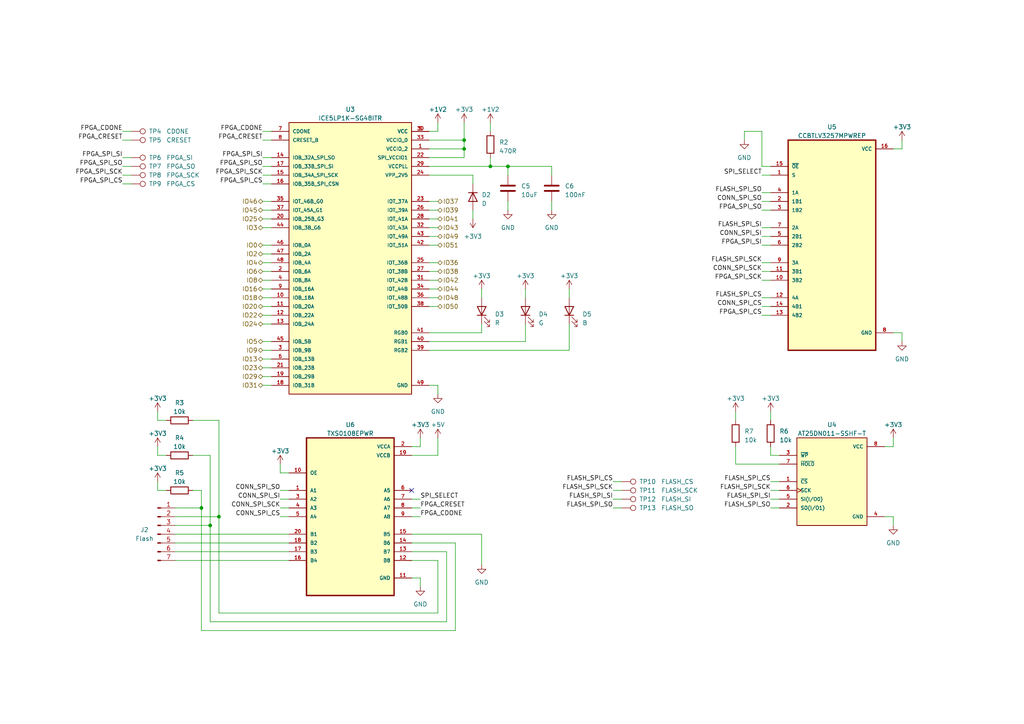
<source format=kicad_sch>
(kicad_sch (version 20230121) (generator eeschema)

  (uuid 68748b3e-3208-4e23-859d-078815a38e23)

  (paper "A4")

  (title_block
    (title "iCE40 DevBoard")
    (date "July 2024")
    (rev "v1")
  )

  (lib_symbols
    (symbol "AT25DN011:AT25DN011-SSHF-T" (pin_names (offset 1.016)) (in_bom yes) (on_board yes)
      (property "Reference" "U" (at -10.1639 13.9779 0)
        (effects (font (size 1.27 1.27)) (justify left bottom))
      )
      (property "Value" "AT25DN011-SSHF-T" (at -10.1614 -15.2427 0)
        (effects (font (size 1.27 1.27)) (justify left bottom))
      )
      (property "Footprint" "AT25DN011-SSHF-T:SOIC127P599X175-8N" (at 0 0 0)
        (effects (font (size 1.27 1.27)) (justify bottom) hide)
      )
      (property "Datasheet" "" (at 0 0 0)
        (effects (font (size 1.27 1.27)) hide)
      )
      (property "MF" "Adesto" (at 0 0 0)
        (effects (font (size 1.27 1.27)) (justify bottom) hide)
      )
      (property "MAXIMUM_PACKAGE_HEIGHT" "1.75mm" (at 0 0 0)
        (effects (font (size 1.27 1.27)) (justify bottom) hide)
      )
      (property "Package" "SOIC-8 Microchip Technology" (at 0 0 0)
        (effects (font (size 1.27 1.27)) (justify bottom) hide)
      )
      (property "Price" "None" (at 0 0 0)
        (effects (font (size 1.27 1.27)) (justify bottom) hide)
      )
      (property "Check_prices" "https://www.snapeda.com/parts/AT25DN011-SSHF-T/Adesto+Technologies/view-part/?ref=eda" (at 0 0 0)
        (effects (font (size 1.27 1.27)) (justify bottom) hide)
      )
      (property "STANDARD" "IPC 7351B" (at 0 0 0)
        (effects (font (size 1.27 1.27)) (justify bottom) hide)
      )
      (property "PARTREV" "G" (at 0 0 0)
        (effects (font (size 1.27 1.27)) (justify bottom) hide)
      )
      (property "SnapEDA_Link" "https://www.snapeda.com/parts/AT25DN011-SSHF-T/Adesto+Technologies/view-part/?ref=snap" (at 0 0 0)
        (effects (font (size 1.27 1.27)) (justify bottom) hide)
      )
      (property "MP" "AT25DN011-SSHF-T" (at 0 0 0)
        (effects (font (size 1.27 1.27)) (justify bottom) hide)
      )
      (property "Description" "\nFLASH Memory IC 1Mb (128K x 8) SPI 104 MHz 8-SOIC\n" (at 0 0 0)
        (effects (font (size 1.27 1.27)) (justify bottom) hide)
      )
      (property "Availability" "In Stock" (at 0 0 0)
        (effects (font (size 1.27 1.27)) (justify bottom) hide)
      )
      (property "MANUFACTURER" "Dialog Semicondutor" (at 0 0 0)
        (effects (font (size 1.27 1.27)) (justify bottom) hide)
      )
      (symbol "AT25DN011-SSHF-T_0_0"
        (rectangle (start -10.16 -12.7) (end 10.16 12.7)
          (stroke (width 0.254) (type default))
          (fill (type background))
        )
        (pin input line (at -15.24 0 0) (length 5.08)
          (name "~{CS}" (effects (font (size 1.016 1.016))))
          (number "1" (effects (font (size 1.016 1.016))))
        )
        (pin bidirectional line (at -15.24 -7.62 0) (length 5.08)
          (name "SO(I/O1)" (effects (font (size 1.016 1.016))))
          (number "2" (effects (font (size 1.016 1.016))))
        )
        (pin input line (at -15.24 7.62 0) (length 5.08)
          (name "~{WP}" (effects (font (size 1.016 1.016))))
          (number "3" (effects (font (size 1.016 1.016))))
        )
        (pin power_in line (at 15.24 -10.16 180) (length 5.08)
          (name "GND" (effects (font (size 1.016 1.016))))
          (number "4" (effects (font (size 1.016 1.016))))
        )
        (pin bidirectional line (at -15.24 -5.08 0) (length 5.08)
          (name "SI(I/O0)" (effects (font (size 1.016 1.016))))
          (number "5" (effects (font (size 1.016 1.016))))
        )
        (pin input clock (at -15.24 -2.54 0) (length 5.08)
          (name "SCK" (effects (font (size 1.016 1.016))))
          (number "6" (effects (font (size 1.016 1.016))))
        )
        (pin input line (at -15.24 5.08 0) (length 5.08)
          (name "~{HOLD}" (effects (font (size 1.016 1.016))))
          (number "7" (effects (font (size 1.016 1.016))))
        )
        (pin power_in line (at 15.24 10.16 180) (length 5.08)
          (name "VCC" (effects (font (size 1.016 1.016))))
          (number "8" (effects (font (size 1.016 1.016))))
        )
      )
    )
    (symbol "CCBTLV3257:CCBTLV3257MPWREP" (pin_names (offset 1.016)) (in_bom yes) (on_board yes)
      (property "Reference" "U" (at -12.7 31.48 0)
        (effects (font (size 1.27 1.27)) (justify left bottom))
      )
      (property "Value" "CCBTLV3257MPWREP" (at -12.7 -34.48 0)
        (effects (font (size 1.27 1.27)) (justify left bottom))
      )
      (property "Footprint" "CCBTLV3257MPWREP:SOP65P640X120-16N" (at 0 0 0)
        (effects (font (size 1.27 1.27)) (justify bottom) hide)
      )
      (property "Datasheet" "" (at 0 0 0)
        (effects (font (size 1.27 1.27)) hide)
      )
      (property "MF" "Texas Instruments" (at 0 0 0)
        (effects (font (size 1.27 1.27)) (justify bottom) hide)
      )
      (property "Description" "\nEnhanced Product low-voltage 4-bit 1-Of-2 FET multiplexer/demultiplexer\n" (at 0 0 0)
        (effects (font (size 1.27 1.27)) (justify bottom) hide)
      )
      (property "Package" "TSSOP-16 Texas Instruments" (at 0 0 0)
        (effects (font (size 1.27 1.27)) (justify bottom) hide)
      )
      (property "Price" "None" (at 0 0 0)
        (effects (font (size 1.27 1.27)) (justify bottom) hide)
      )
      (property "SnapEDA_Link" "https://www.snapeda.com/parts/CCBTLV3257MPWREP/Texas+Instruments/view-part/?ref=snap" (at 0 0 0)
        (effects (font (size 1.27 1.27)) (justify bottom) hide)
      )
      (property "MP" "CCBTLV3257MPWREP" (at 0 0 0)
        (effects (font (size 1.27 1.27)) (justify bottom) hide)
      )
      (property "Availability" "In Stock" (at 0 0 0)
        (effects (font (size 1.27 1.27)) (justify bottom) hide)
      )
      (property "Check_prices" "https://www.snapeda.com/parts/CCBTLV3257MPWREP/Texas+Instruments/view-part/?ref=eda" (at 0 0 0)
        (effects (font (size 1.27 1.27)) (justify bottom) hide)
      )
      (symbol "CCBTLV3257MPWREP_0_0"
        (rectangle (start -12.7 -30.48) (end 12.7 30.48)
          (stroke (width 0.41) (type default))
          (fill (type background))
        )
        (pin input line (at -17.78 20.32 0) (length 5.08)
          (name "S" (effects (font (size 1.016 1.016))))
          (number "1" (effects (font (size 1.016 1.016))))
        )
        (pin bidirectional line (at -17.78 -10.16 0) (length 5.08)
          (name "3B2" (effects (font (size 1.016 1.016))))
          (number "10" (effects (font (size 1.016 1.016))))
        )
        (pin bidirectional line (at -17.78 -7.62 0) (length 5.08)
          (name "3B1" (effects (font (size 1.016 1.016))))
          (number "11" (effects (font (size 1.016 1.016))))
        )
        (pin bidirectional line (at -17.78 -15.24 0) (length 5.08)
          (name "4A" (effects (font (size 1.016 1.016))))
          (number "12" (effects (font (size 1.016 1.016))))
        )
        (pin bidirectional line (at -17.78 -20.32 0) (length 5.08)
          (name "4B2" (effects (font (size 1.016 1.016))))
          (number "13" (effects (font (size 1.016 1.016))))
        )
        (pin bidirectional line (at -17.78 -17.78 0) (length 5.08)
          (name "4B1" (effects (font (size 1.016 1.016))))
          (number "14" (effects (font (size 1.016 1.016))))
        )
        (pin input line (at -17.78 22.86 0) (length 5.08)
          (name "~{OE}" (effects (font (size 1.016 1.016))))
          (number "15" (effects (font (size 1.016 1.016))))
        )
        (pin power_in line (at 17.78 27.94 180) (length 5.08)
          (name "VCC" (effects (font (size 1.016 1.016))))
          (number "16" (effects (font (size 1.016 1.016))))
        )
        (pin bidirectional line (at -17.78 12.7 0) (length 5.08)
          (name "1B1" (effects (font (size 1.016 1.016))))
          (number "2" (effects (font (size 1.016 1.016))))
        )
        (pin bidirectional line (at -17.78 10.16 0) (length 5.08)
          (name "1B2" (effects (font (size 1.016 1.016))))
          (number "3" (effects (font (size 1.016 1.016))))
        )
        (pin bidirectional line (at -17.78 15.24 0) (length 5.08)
          (name "1A" (effects (font (size 1.016 1.016))))
          (number "4" (effects (font (size 1.016 1.016))))
        )
        (pin bidirectional line (at -17.78 2.54 0) (length 5.08)
          (name "2B1" (effects (font (size 1.016 1.016))))
          (number "5" (effects (font (size 1.016 1.016))))
        )
        (pin bidirectional line (at -17.78 0 0) (length 5.08)
          (name "2B2" (effects (font (size 1.016 1.016))))
          (number "6" (effects (font (size 1.016 1.016))))
        )
        (pin bidirectional line (at -17.78 5.08 0) (length 5.08)
          (name "2A" (effects (font (size 1.016 1.016))))
          (number "7" (effects (font (size 1.016 1.016))))
        )
        (pin power_in line (at 17.78 -25.4 180) (length 5.08)
          (name "GND" (effects (font (size 1.016 1.016))))
          (number "8" (effects (font (size 1.016 1.016))))
        )
        (pin bidirectional line (at -17.78 -5.08 0) (length 5.08)
          (name "3A" (effects (font (size 1.016 1.016))))
          (number "9" (effects (font (size 1.016 1.016))))
        )
      )
    )
    (symbol "Connector:Conn_01x07_Pin" (pin_names (offset 1.016) hide) (in_bom yes) (on_board yes)
      (property "Reference" "J" (at 0 10.16 0)
        (effects (font (size 1.27 1.27)))
      )
      (property "Value" "Conn_01x07_Pin" (at 0 -10.16 0)
        (effects (font (size 1.27 1.27)))
      )
      (property "Footprint" "" (at 0 0 0)
        (effects (font (size 1.27 1.27)) hide)
      )
      (property "Datasheet" "~" (at 0 0 0)
        (effects (font (size 1.27 1.27)) hide)
      )
      (property "ki_locked" "" (at 0 0 0)
        (effects (font (size 1.27 1.27)))
      )
      (property "ki_keywords" "connector" (at 0 0 0)
        (effects (font (size 1.27 1.27)) hide)
      )
      (property "ki_description" "Generic connector, single row, 01x07, script generated" (at 0 0 0)
        (effects (font (size 1.27 1.27)) hide)
      )
      (property "ki_fp_filters" "Connector*:*_1x??_*" (at 0 0 0)
        (effects (font (size 1.27 1.27)) hide)
      )
      (symbol "Conn_01x07_Pin_1_1"
        (polyline
          (pts
            (xy 1.27 -7.62)
            (xy 0.8636 -7.62)
          )
          (stroke (width 0.1524) (type default))
          (fill (type none))
        )
        (polyline
          (pts
            (xy 1.27 -5.08)
            (xy 0.8636 -5.08)
          )
          (stroke (width 0.1524) (type default))
          (fill (type none))
        )
        (polyline
          (pts
            (xy 1.27 -2.54)
            (xy 0.8636 -2.54)
          )
          (stroke (width 0.1524) (type default))
          (fill (type none))
        )
        (polyline
          (pts
            (xy 1.27 0)
            (xy 0.8636 0)
          )
          (stroke (width 0.1524) (type default))
          (fill (type none))
        )
        (polyline
          (pts
            (xy 1.27 2.54)
            (xy 0.8636 2.54)
          )
          (stroke (width 0.1524) (type default))
          (fill (type none))
        )
        (polyline
          (pts
            (xy 1.27 5.08)
            (xy 0.8636 5.08)
          )
          (stroke (width 0.1524) (type default))
          (fill (type none))
        )
        (polyline
          (pts
            (xy 1.27 7.62)
            (xy 0.8636 7.62)
          )
          (stroke (width 0.1524) (type default))
          (fill (type none))
        )
        (rectangle (start 0.8636 -7.493) (end 0 -7.747)
          (stroke (width 0.1524) (type default))
          (fill (type outline))
        )
        (rectangle (start 0.8636 -4.953) (end 0 -5.207)
          (stroke (width 0.1524) (type default))
          (fill (type outline))
        )
        (rectangle (start 0.8636 -2.413) (end 0 -2.667)
          (stroke (width 0.1524) (type default))
          (fill (type outline))
        )
        (rectangle (start 0.8636 0.127) (end 0 -0.127)
          (stroke (width 0.1524) (type default))
          (fill (type outline))
        )
        (rectangle (start 0.8636 2.667) (end 0 2.413)
          (stroke (width 0.1524) (type default))
          (fill (type outline))
        )
        (rectangle (start 0.8636 5.207) (end 0 4.953)
          (stroke (width 0.1524) (type default))
          (fill (type outline))
        )
        (rectangle (start 0.8636 7.747) (end 0 7.493)
          (stroke (width 0.1524) (type default))
          (fill (type outline))
        )
        (pin passive line (at 5.08 7.62 180) (length 3.81)
          (name "Pin_1" (effects (font (size 1.27 1.27))))
          (number "1" (effects (font (size 1.27 1.27))))
        )
        (pin passive line (at 5.08 5.08 180) (length 3.81)
          (name "Pin_2" (effects (font (size 1.27 1.27))))
          (number "2" (effects (font (size 1.27 1.27))))
        )
        (pin passive line (at 5.08 2.54 180) (length 3.81)
          (name "Pin_3" (effects (font (size 1.27 1.27))))
          (number "3" (effects (font (size 1.27 1.27))))
        )
        (pin passive line (at 5.08 0 180) (length 3.81)
          (name "Pin_4" (effects (font (size 1.27 1.27))))
          (number "4" (effects (font (size 1.27 1.27))))
        )
        (pin passive line (at 5.08 -2.54 180) (length 3.81)
          (name "Pin_5" (effects (font (size 1.27 1.27))))
          (number "5" (effects (font (size 1.27 1.27))))
        )
        (pin passive line (at 5.08 -5.08 180) (length 3.81)
          (name "Pin_6" (effects (font (size 1.27 1.27))))
          (number "6" (effects (font (size 1.27 1.27))))
        )
        (pin passive line (at 5.08 -7.62 180) (length 3.81)
          (name "Pin_7" (effects (font (size 1.27 1.27))))
          (number "7" (effects (font (size 1.27 1.27))))
        )
      )
    )
    (symbol "Connector:TestPoint" (pin_numbers hide) (pin_names (offset 0.762) hide) (in_bom yes) (on_board yes)
      (property "Reference" "TP" (at 0 6.858 0)
        (effects (font (size 1.27 1.27)))
      )
      (property "Value" "TestPoint" (at 0 5.08 0)
        (effects (font (size 1.27 1.27)))
      )
      (property "Footprint" "" (at 5.08 0 0)
        (effects (font (size 1.27 1.27)) hide)
      )
      (property "Datasheet" "~" (at 5.08 0 0)
        (effects (font (size 1.27 1.27)) hide)
      )
      (property "ki_keywords" "test point tp" (at 0 0 0)
        (effects (font (size 1.27 1.27)) hide)
      )
      (property "ki_description" "test point" (at 0 0 0)
        (effects (font (size 1.27 1.27)) hide)
      )
      (property "ki_fp_filters" "Pin* Test*" (at 0 0 0)
        (effects (font (size 1.27 1.27)) hide)
      )
      (symbol "TestPoint_0_1"
        (circle (center 0 3.302) (radius 0.762)
          (stroke (width 0) (type default))
          (fill (type none))
        )
      )
      (symbol "TestPoint_1_1"
        (pin passive line (at 0 0 90) (length 2.54)
          (name "1" (effects (font (size 1.27 1.27))))
          (number "1" (effects (font (size 1.27 1.27))))
        )
      )
    )
    (symbol "Device:C" (pin_numbers hide) (pin_names (offset 0.254)) (in_bom yes) (on_board yes)
      (property "Reference" "C" (at 0.635 2.54 0)
        (effects (font (size 1.27 1.27)) (justify left))
      )
      (property "Value" "C" (at 0.635 -2.54 0)
        (effects (font (size 1.27 1.27)) (justify left))
      )
      (property "Footprint" "" (at 0.9652 -3.81 0)
        (effects (font (size 1.27 1.27)) hide)
      )
      (property "Datasheet" "~" (at 0 0 0)
        (effects (font (size 1.27 1.27)) hide)
      )
      (property "ki_keywords" "cap capacitor" (at 0 0 0)
        (effects (font (size 1.27 1.27)) hide)
      )
      (property "ki_description" "Unpolarized capacitor" (at 0 0 0)
        (effects (font (size 1.27 1.27)) hide)
      )
      (property "ki_fp_filters" "C_*" (at 0 0 0)
        (effects (font (size 1.27 1.27)) hide)
      )
      (symbol "C_0_1"
        (polyline
          (pts
            (xy -2.032 -0.762)
            (xy 2.032 -0.762)
          )
          (stroke (width 0.508) (type default))
          (fill (type none))
        )
        (polyline
          (pts
            (xy -2.032 0.762)
            (xy 2.032 0.762)
          )
          (stroke (width 0.508) (type default))
          (fill (type none))
        )
      )
      (symbol "C_1_1"
        (pin passive line (at 0 3.81 270) (length 2.794)
          (name "~" (effects (font (size 1.27 1.27))))
          (number "1" (effects (font (size 1.27 1.27))))
        )
        (pin passive line (at 0 -3.81 90) (length 2.794)
          (name "~" (effects (font (size 1.27 1.27))))
          (number "2" (effects (font (size 1.27 1.27))))
        )
      )
    )
    (symbol "Device:D" (pin_numbers hide) (pin_names (offset 1.016) hide) (in_bom yes) (on_board yes)
      (property "Reference" "D" (at 0 2.54 0)
        (effects (font (size 1.27 1.27)))
      )
      (property "Value" "D" (at 0 -2.54 0)
        (effects (font (size 1.27 1.27)))
      )
      (property "Footprint" "" (at 0 0 0)
        (effects (font (size 1.27 1.27)) hide)
      )
      (property "Datasheet" "~" (at 0 0 0)
        (effects (font (size 1.27 1.27)) hide)
      )
      (property "Sim.Device" "D" (at 0 0 0)
        (effects (font (size 1.27 1.27)) hide)
      )
      (property "Sim.Pins" "1=K 2=A" (at 0 0 0)
        (effects (font (size 1.27 1.27)) hide)
      )
      (property "ki_keywords" "diode" (at 0 0 0)
        (effects (font (size 1.27 1.27)) hide)
      )
      (property "ki_description" "Diode" (at 0 0 0)
        (effects (font (size 1.27 1.27)) hide)
      )
      (property "ki_fp_filters" "TO-???* *_Diode_* *SingleDiode* D_*" (at 0 0 0)
        (effects (font (size 1.27 1.27)) hide)
      )
      (symbol "D_0_1"
        (polyline
          (pts
            (xy -1.27 1.27)
            (xy -1.27 -1.27)
          )
          (stroke (width 0.254) (type default))
          (fill (type none))
        )
        (polyline
          (pts
            (xy 1.27 0)
            (xy -1.27 0)
          )
          (stroke (width 0) (type default))
          (fill (type none))
        )
        (polyline
          (pts
            (xy 1.27 1.27)
            (xy 1.27 -1.27)
            (xy -1.27 0)
            (xy 1.27 1.27)
          )
          (stroke (width 0.254) (type default))
          (fill (type none))
        )
      )
      (symbol "D_1_1"
        (pin passive line (at -3.81 0 0) (length 2.54)
          (name "K" (effects (font (size 1.27 1.27))))
          (number "1" (effects (font (size 1.27 1.27))))
        )
        (pin passive line (at 3.81 0 180) (length 2.54)
          (name "A" (effects (font (size 1.27 1.27))))
          (number "2" (effects (font (size 1.27 1.27))))
        )
      )
    )
    (symbol "Device:LED" (pin_numbers hide) (pin_names (offset 1.016) hide) (in_bom yes) (on_board yes)
      (property "Reference" "D" (at 0 2.54 0)
        (effects (font (size 1.27 1.27)))
      )
      (property "Value" "LED" (at 0 -2.54 0)
        (effects (font (size 1.27 1.27)))
      )
      (property "Footprint" "" (at 0 0 0)
        (effects (font (size 1.27 1.27)) hide)
      )
      (property "Datasheet" "~" (at 0 0 0)
        (effects (font (size 1.27 1.27)) hide)
      )
      (property "ki_keywords" "LED diode" (at 0 0 0)
        (effects (font (size 1.27 1.27)) hide)
      )
      (property "ki_description" "Light emitting diode" (at 0 0 0)
        (effects (font (size 1.27 1.27)) hide)
      )
      (property "ki_fp_filters" "LED* LED_SMD:* LED_THT:*" (at 0 0 0)
        (effects (font (size 1.27 1.27)) hide)
      )
      (symbol "LED_0_1"
        (polyline
          (pts
            (xy -1.27 -1.27)
            (xy -1.27 1.27)
          )
          (stroke (width 0.254) (type default))
          (fill (type none))
        )
        (polyline
          (pts
            (xy -1.27 0)
            (xy 1.27 0)
          )
          (stroke (width 0) (type default))
          (fill (type none))
        )
        (polyline
          (pts
            (xy 1.27 -1.27)
            (xy 1.27 1.27)
            (xy -1.27 0)
            (xy 1.27 -1.27)
          )
          (stroke (width 0.254) (type default))
          (fill (type none))
        )
        (polyline
          (pts
            (xy -3.048 -0.762)
            (xy -4.572 -2.286)
            (xy -3.81 -2.286)
            (xy -4.572 -2.286)
            (xy -4.572 -1.524)
          )
          (stroke (width 0) (type default))
          (fill (type none))
        )
        (polyline
          (pts
            (xy -1.778 -0.762)
            (xy -3.302 -2.286)
            (xy -2.54 -2.286)
            (xy -3.302 -2.286)
            (xy -3.302 -1.524)
          )
          (stroke (width 0) (type default))
          (fill (type none))
        )
      )
      (symbol "LED_1_1"
        (pin passive line (at -3.81 0 0) (length 2.54)
          (name "K" (effects (font (size 1.27 1.27))))
          (number "1" (effects (font (size 1.27 1.27))))
        )
        (pin passive line (at 3.81 0 180) (length 2.54)
          (name "A" (effects (font (size 1.27 1.27))))
          (number "2" (effects (font (size 1.27 1.27))))
        )
      )
    )
    (symbol "Device:R" (pin_numbers hide) (pin_names (offset 0)) (in_bom yes) (on_board yes)
      (property "Reference" "R" (at 2.032 0 90)
        (effects (font (size 1.27 1.27)))
      )
      (property "Value" "R" (at 0 0 90)
        (effects (font (size 1.27 1.27)))
      )
      (property "Footprint" "" (at -1.778 0 90)
        (effects (font (size 1.27 1.27)) hide)
      )
      (property "Datasheet" "~" (at 0 0 0)
        (effects (font (size 1.27 1.27)) hide)
      )
      (property "ki_keywords" "R res resistor" (at 0 0 0)
        (effects (font (size 1.27 1.27)) hide)
      )
      (property "ki_description" "Resistor" (at 0 0 0)
        (effects (font (size 1.27 1.27)) hide)
      )
      (property "ki_fp_filters" "R_*" (at 0 0 0)
        (effects (font (size 1.27 1.27)) hide)
      )
      (symbol "R_0_1"
        (rectangle (start -1.016 -2.54) (end 1.016 2.54)
          (stroke (width 0.254) (type default))
          (fill (type none))
        )
      )
      (symbol "R_1_1"
        (pin passive line (at 0 3.81 270) (length 1.27)
          (name "~" (effects (font (size 1.27 1.27))))
          (number "1" (effects (font (size 1.27 1.27))))
        )
        (pin passive line (at 0 -3.81 90) (length 1.27)
          (name "~" (effects (font (size 1.27 1.27))))
          (number "2" (effects (font (size 1.27 1.27))))
        )
      )
    )
    (symbol "TXS0108EPWR:TXS0108EPWR" (pin_names (offset 1.016)) (in_bom yes) (on_board yes)
      (property "Reference" "U" (at -12.7 23.86 0)
        (effects (font (size 1.27 1.27)) (justify left bottom))
      )
      (property "Value" "TXS0108EPWR" (at -12.7 -26.86 0)
        (effects (font (size 1.27 1.27)) (justify left bottom))
      )
      (property "Footprint" "TXS0108EPWR:SOP65P640X120-20N" (at 0 0 0)
        (effects (font (size 1.27 1.27)) (justify bottom) hide)
      )
      (property "Datasheet" "" (at 0 0 0)
        (effects (font (size 1.27 1.27)) hide)
      )
      (property "MF" "Texas Instruments" (at 0 0 0)
        (effects (font (size 1.27 1.27)) (justify bottom) hide)
      )
      (property "Description" "\n8-bit bidirectional voltage-level shifter for open-drain and push-pull application\n" (at 0 0 0)
        (effects (font (size 1.27 1.27)) (justify bottom) hide)
      )
      (property "Package" "TSSOP-20 Texas Instruments" (at 0 0 0)
        (effects (font (size 1.27 1.27)) (justify bottom) hide)
      )
      (property "Price" "None" (at 0 0 0)
        (effects (font (size 1.27 1.27)) (justify bottom) hide)
      )
      (property "SnapEDA_Link" "https://www.snapeda.com/parts/TXS0108EPWR/Texas+Instruments/view-part/?ref=snap" (at 0 0 0)
        (effects (font (size 1.27 1.27)) (justify bottom) hide)
      )
      (property "MP" "TXS0108EPWR" (at 0 0 0)
        (effects (font (size 1.27 1.27)) (justify bottom) hide)
      )
      (property "Purchase-URL" "https://www.snapeda.com/api/url_track_click_mouser/?unipart_id=105750&manufacturer=Texas Instruments&part_name=TXS0108EPWR&search_term=None" (at 0 0 0)
        (effects (font (size 1.27 1.27)) (justify bottom) hide)
      )
      (property "Availability" "In Stock" (at 0 0 0)
        (effects (font (size 1.27 1.27)) (justify bottom) hide)
      )
      (property "Check_prices" "https://www.snapeda.com/parts/TXS0108EPWR/Texas+Instruments/view-part/?ref=eda" (at 0 0 0)
        (effects (font (size 1.27 1.27)) (justify bottom) hide)
      )
      (symbol "TXS0108EPWR_0_0"
        (rectangle (start -12.7 -22.86) (end 12.7 22.86)
          (stroke (width 0.41) (type default))
          (fill (type background))
        )
        (pin bidirectional line (at -17.78 7.62 0) (length 5.08)
          (name "A1" (effects (font (size 1.016 1.016))))
          (number "1" (effects (font (size 1.016 1.016))))
        )
        (pin input line (at -17.78 12.7 0) (length 5.08)
          (name "OE" (effects (font (size 1.016 1.016))))
          (number "10" (effects (font (size 1.016 1.016))))
        )
        (pin power_in line (at 17.78 -17.78 180) (length 5.08)
          (name "GND" (effects (font (size 1.016 1.016))))
          (number "11" (effects (font (size 1.016 1.016))))
        )
        (pin bidirectional line (at 17.78 -12.7 180) (length 5.08)
          (name "B8" (effects (font (size 1.016 1.016))))
          (number "12" (effects (font (size 1.016 1.016))))
        )
        (pin bidirectional line (at 17.78 -10.16 180) (length 5.08)
          (name "B7" (effects (font (size 1.016 1.016))))
          (number "13" (effects (font (size 1.016 1.016))))
        )
        (pin bidirectional line (at 17.78 -7.62 180) (length 5.08)
          (name "B6" (effects (font (size 1.016 1.016))))
          (number "14" (effects (font (size 1.016 1.016))))
        )
        (pin bidirectional line (at 17.78 -5.08 180) (length 5.08)
          (name "B5" (effects (font (size 1.016 1.016))))
          (number "15" (effects (font (size 1.016 1.016))))
        )
        (pin bidirectional line (at -17.78 -12.7 0) (length 5.08)
          (name "B4" (effects (font (size 1.016 1.016))))
          (number "16" (effects (font (size 1.016 1.016))))
        )
        (pin bidirectional line (at -17.78 -10.16 0) (length 5.08)
          (name "B3" (effects (font (size 1.016 1.016))))
          (number "17" (effects (font (size 1.016 1.016))))
        )
        (pin bidirectional line (at -17.78 -7.62 0) (length 5.08)
          (name "B2" (effects (font (size 1.016 1.016))))
          (number "18" (effects (font (size 1.016 1.016))))
        )
        (pin power_in line (at 17.78 17.78 180) (length 5.08)
          (name "VCCB" (effects (font (size 1.016 1.016))))
          (number "19" (effects (font (size 1.016 1.016))))
        )
        (pin power_in line (at 17.78 20.32 180) (length 5.08)
          (name "VCCA" (effects (font (size 1.016 1.016))))
          (number "2" (effects (font (size 1.016 1.016))))
        )
        (pin bidirectional line (at -17.78 -5.08 0) (length 5.08)
          (name "B1" (effects (font (size 1.016 1.016))))
          (number "20" (effects (font (size 1.016 1.016))))
        )
        (pin bidirectional line (at -17.78 5.08 0) (length 5.08)
          (name "A2" (effects (font (size 1.016 1.016))))
          (number "3" (effects (font (size 1.016 1.016))))
        )
        (pin bidirectional line (at -17.78 2.54 0) (length 5.08)
          (name "A3" (effects (font (size 1.016 1.016))))
          (number "4" (effects (font (size 1.016 1.016))))
        )
        (pin bidirectional line (at -17.78 0 0) (length 5.08)
          (name "A4" (effects (font (size 1.016 1.016))))
          (number "5" (effects (font (size 1.016 1.016))))
        )
        (pin bidirectional line (at 17.78 7.62 180) (length 5.08)
          (name "A5" (effects (font (size 1.016 1.016))))
          (number "6" (effects (font (size 1.016 1.016))))
        )
        (pin bidirectional line (at 17.78 5.08 180) (length 5.08)
          (name "A6" (effects (font (size 1.016 1.016))))
          (number "7" (effects (font (size 1.016 1.016))))
        )
        (pin bidirectional line (at 17.78 2.54 180) (length 5.08)
          (name "A7" (effects (font (size 1.016 1.016))))
          (number "8" (effects (font (size 1.016 1.016))))
        )
        (pin bidirectional line (at 17.78 0 180) (length 5.08)
          (name "A8" (effects (font (size 1.016 1.016))))
          (number "9" (effects (font (size 1.016 1.016))))
        )
      )
    )
    (symbol "iCE5LP1K:ICE5LP1K-SG48ITR" (pin_names (offset 1.016)) (in_bom yes) (on_board yes)
      (property "Reference" "U" (at -17.8404 41.2876 0)
        (effects (font (size 1.27 1.27)) (justify left bottom))
      )
      (property "Value" "ICE5LP1K-SG48ITR" (at -17.8183 -41.2365 0)
        (effects (font (size 1.27 1.27)) (justify left bottom))
      )
      (property "Footprint" "ICE5LP1K-SG48ITR:QFN50P700X700X100-49N" (at 0 0 0)
        (effects (font (size 1.27 1.27)) (justify bottom) hide)
      )
      (property "Datasheet" "" (at 0 0 0)
        (effects (font (size 1.27 1.27)) hide)
      )
      (property "MF" "Lattice Semiconductor" (at 0 0 0)
        (effects (font (size 1.27 1.27)) (justify bottom) hide)
      )
      (property "Description" "\niCE40 Ultra™ Field Programmable Gate Array (FPGA) IC 39 65536 1100 48-VFQFN Exposed Pad\n" (at 0 0 0)
        (effects (font (size 1.27 1.27)) (justify bottom) hide)
      )
      (property "Package" "QFN-48 Lattice Semiconductor" (at 0 0 0)
        (effects (font (size 1.27 1.27)) (justify bottom) hide)
      )
      (property "Price" "None" (at 0 0 0)
        (effects (font (size 1.27 1.27)) (justify bottom) hide)
      )
      (property "Check_prices" "https://www.snapeda.com/parts/ICE5LP1K-SG48ITR/Lattice+Semiconductor+Corporation/view-part/?ref=eda" (at 0 0 0)
        (effects (font (size 1.27 1.27)) (justify bottom) hide)
      )
      (property "SnapEDA_Link" "https://www.snapeda.com/parts/ICE5LP1K-SG48ITR/Lattice+Semiconductor+Corporation/view-part/?ref=snap" (at 0 0 0)
        (effects (font (size 1.27 1.27)) (justify bottom) hide)
      )
      (property "MP" "ICE5LP1K-SG48ITR" (at 0 0 0)
        (effects (font (size 1.27 1.27)) (justify bottom) hide)
      )
      (property "Purchase-URL" "https://www.snapeda.com/api/url_track_click_mouser/?unipart_id=1219517&manufacturer=Lattice Semiconductor&part_name=ICE5LP1K-SG48ITR&search_term=None" (at 0 0 0)
        (effects (font (size 1.27 1.27)) (justify bottom) hide)
      )
      (property "Availability" "In Stock" (at 0 0 0)
        (effects (font (size 1.27 1.27)) (justify bottom) hide)
      )
      (property "MANUFACTURER" "Lattice Semiconductor" (at 0 0 0)
        (effects (font (size 1.27 1.27)) (justify bottom) hide)
      )
      (symbol "ICE5LP1K-SG48ITR_0_0"
        (rectangle (start -17.78 -38.1) (end 17.78 40.64)
          (stroke (width 0.254) (type default))
          (fill (type background))
        )
        (pin power_in line (at 22.86 33.02 180) (length 5.08)
          (name "VCCIO_2" (effects (font (size 1.016 1.016))))
          (number "1" (effects (font (size 1.016 1.016))))
        )
        (pin bidirectional line (at -22.86 -10.16 0) (length 5.08)
          (name "IOB_18A" (effects (font (size 1.016 1.016))))
          (number "10" (effects (font (size 1.016 1.016))))
        )
        (pin bidirectional line (at -22.86 -12.7 0) (length 5.08)
          (name "IOB_20A" (effects (font (size 1.016 1.016))))
          (number "11" (effects (font (size 1.016 1.016))))
        )
        (pin bidirectional line (at -22.86 -15.24 0) (length 5.08)
          (name "IOB_22A" (effects (font (size 1.016 1.016))))
          (number "12" (effects (font (size 1.016 1.016))))
        )
        (pin bidirectional line (at -22.86 -17.78 0) (length 5.08)
          (name "IOB_24A" (effects (font (size 1.016 1.016))))
          (number "13" (effects (font (size 1.016 1.016))))
        )
        (pin bidirectional line (at -22.86 30.48 0) (length 5.08)
          (name "IOB_32A_SPI_SO" (effects (font (size 1.016 1.016))))
          (number "14" (effects (font (size 1.016 1.016))))
        )
        (pin bidirectional line (at -22.86 25.4 0) (length 5.08)
          (name "IOB_34A_SPI_SCK" (effects (font (size 1.016 1.016))))
          (number "15" (effects (font (size 1.016 1.016))))
        )
        (pin bidirectional line (at -22.86 22.86 0) (length 5.08)
          (name "IOB_35B_SPI_CSN" (effects (font (size 1.016 1.016))))
          (number "16" (effects (font (size 1.016 1.016))))
        )
        (pin bidirectional line (at -22.86 27.94 0) (length 5.08)
          (name "IOB_33B_SPI_SI" (effects (font (size 1.016 1.016))))
          (number "17" (effects (font (size 1.016 1.016))))
        )
        (pin bidirectional line (at -22.86 -35.56 0) (length 5.08)
          (name "IOB_31B" (effects (font (size 1.016 1.016))))
          (number "18" (effects (font (size 1.016 1.016))))
        )
        (pin bidirectional line (at -22.86 -33.02 0) (length 5.08)
          (name "IOB_29B" (effects (font (size 1.016 1.016))))
          (number "19" (effects (font (size 1.016 1.016))))
        )
        (pin bidirectional line (at -22.86 -2.54 0) (length 5.08)
          (name "IOB_6A" (effects (font (size 1.016 1.016))))
          (number "2" (effects (font (size 1.016 1.016))))
        )
        (pin bidirectional line (at -22.86 12.7 0) (length 5.08)
          (name "IOB_25B_G3" (effects (font (size 1.016 1.016))))
          (number "20" (effects (font (size 1.016 1.016))))
        )
        (pin bidirectional line (at -22.86 -30.48 0) (length 5.08)
          (name "IOB_23B" (effects (font (size 1.016 1.016))))
          (number "21" (effects (font (size 1.016 1.016))))
        )
        (pin power_in line (at 22.86 30.48 180) (length 5.08)
          (name "SPI_VCCIO1" (effects (font (size 1.016 1.016))))
          (number "22" (effects (font (size 1.016 1.016))))
        )
        (pin bidirectional line (at 22.86 17.78 180) (length 5.08)
          (name "IOT_37A" (effects (font (size 1.016 1.016))))
          (number "23" (effects (font (size 1.016 1.016))))
        )
        (pin power_in line (at 22.86 25.4 180) (length 5.08)
          (name "VPP_2V5" (effects (font (size 1.016 1.016))))
          (number "24" (effects (font (size 1.016 1.016))))
        )
        (pin bidirectional line (at 22.86 0 180) (length 5.08)
          (name "IOT_36B" (effects (font (size 1.016 1.016))))
          (number "25" (effects (font (size 1.016 1.016))))
        )
        (pin bidirectional line (at 22.86 15.24 180) (length 5.08)
          (name "IOT_39A" (effects (font (size 1.016 1.016))))
          (number "26" (effects (font (size 1.016 1.016))))
        )
        (pin bidirectional line (at 22.86 -2.54 180) (length 5.08)
          (name "IOT_38B" (effects (font (size 1.016 1.016))))
          (number "27" (effects (font (size 1.016 1.016))))
        )
        (pin bidirectional line (at 22.86 12.7 180) (length 5.08)
          (name "IOT_41A" (effects (font (size 1.016 1.016))))
          (number "28" (effects (font (size 1.016 1.016))))
        )
        (pin power_in line (at 22.86 27.94 180) (length 5.08)
          (name "VCCPLL" (effects (font (size 1.016 1.016))))
          (number "29" (effects (font (size 1.016 1.016))))
        )
        (pin bidirectional line (at -22.86 -25.4 0) (length 5.08)
          (name "IOB_9B" (effects (font (size 1.016 1.016))))
          (number "3" (effects (font (size 1.016 1.016))))
        )
        (pin power_in line (at 22.86 38.1 180) (length 5.08)
          (name "VCC" (effects (font (size 1.016 1.016))))
          (number "30" (effects (font (size 1.016 1.016))))
        )
        (pin bidirectional line (at 22.86 -5.08 180) (length 5.08)
          (name "IOT_42B" (effects (font (size 1.016 1.016))))
          (number "31" (effects (font (size 1.016 1.016))))
        )
        (pin bidirectional line (at 22.86 10.16 180) (length 5.08)
          (name "IOT_43A" (effects (font (size 1.016 1.016))))
          (number "32" (effects (font (size 1.016 1.016))))
        )
        (pin power_in line (at 22.86 35.56 180) (length 5.08)
          (name "VCCIO_0" (effects (font (size 1.016 1.016))))
          (number "33" (effects (font (size 1.016 1.016))))
        )
        (pin bidirectional line (at 22.86 -7.62 180) (length 5.08)
          (name "IOT_44B" (effects (font (size 1.016 1.016))))
          (number "34" (effects (font (size 1.016 1.016))))
        )
        (pin bidirectional line (at -22.86 17.78 0) (length 5.08)
          (name "IOT_46B_G0" (effects (font (size 1.016 1.016))))
          (number "35" (effects (font (size 1.016 1.016))))
        )
        (pin bidirectional line (at 22.86 -10.16 180) (length 5.08)
          (name "IOT_48B" (effects (font (size 1.016 1.016))))
          (number "36" (effects (font (size 1.016 1.016))))
        )
        (pin bidirectional line (at -22.86 15.24 0) (length 5.08)
          (name "IOT_45A_G1" (effects (font (size 1.016 1.016))))
          (number "37" (effects (font (size 1.016 1.016))))
        )
        (pin bidirectional line (at 22.86 -12.7 180) (length 5.08)
          (name "IOT_50B" (effects (font (size 1.016 1.016))))
          (number "38" (effects (font (size 1.016 1.016))))
        )
        (pin passive line (at 22.86 -25.4 180) (length 5.08)
          (name "RGB2" (effects (font (size 1.016 1.016))))
          (number "39" (effects (font (size 1.016 1.016))))
        )
        (pin bidirectional line (at -22.86 -5.08 0) (length 5.08)
          (name "IOB_8A" (effects (font (size 1.016 1.016))))
          (number "4" (effects (font (size 1.016 1.016))))
        )
        (pin passive line (at 22.86 -22.86 180) (length 5.08)
          (name "RGB1" (effects (font (size 1.016 1.016))))
          (number "40" (effects (font (size 1.016 1.016))))
        )
        (pin passive line (at 22.86 -20.32 180) (length 5.08)
          (name "RGB0" (effects (font (size 1.016 1.016))))
          (number "41" (effects (font (size 1.016 1.016))))
        )
        (pin bidirectional line (at 22.86 5.08 180) (length 5.08)
          (name "IOT_51A" (effects (font (size 1.016 1.016))))
          (number "42" (effects (font (size 1.016 1.016))))
        )
        (pin bidirectional line (at 22.86 7.62 180) (length 5.08)
          (name "IOT_49A" (effects (font (size 1.016 1.016))))
          (number "43" (effects (font (size 1.016 1.016))))
        )
        (pin bidirectional line (at -22.86 10.16 0) (length 5.08)
          (name "IOB_3B_G6" (effects (font (size 1.016 1.016))))
          (number "44" (effects (font (size 1.016 1.016))))
        )
        (pin bidirectional line (at -22.86 -22.86 0) (length 5.08)
          (name "IOB_5B" (effects (font (size 1.016 1.016))))
          (number "45" (effects (font (size 1.016 1.016))))
        )
        (pin bidirectional line (at -22.86 5.08 0) (length 5.08)
          (name "IOB_0A" (effects (font (size 1.016 1.016))))
          (number "46" (effects (font (size 1.016 1.016))))
        )
        (pin bidirectional line (at -22.86 2.54 0) (length 5.08)
          (name "IOB_2A" (effects (font (size 1.016 1.016))))
          (number "47" (effects (font (size 1.016 1.016))))
        )
        (pin bidirectional line (at -22.86 0 0) (length 5.08)
          (name "IOB_4A" (effects (font (size 1.016 1.016))))
          (number "48" (effects (font (size 1.016 1.016))))
        )
        (pin power_in line (at 22.86 -35.56 180) (length 5.08)
          (name "GND" (effects (font (size 1.016 1.016))))
          (number "49" (effects (font (size 1.016 1.016))))
        )
        (pin power_in line (at 22.86 38.1 180) (length 5.08)
          (name "VCC" (effects (font (size 1.016 1.016))))
          (number "5" (effects (font (size 1.016 1.016))))
        )
        (pin bidirectional line (at -22.86 -27.94 0) (length 5.08)
          (name "IOB_13B" (effects (font (size 1.016 1.016))))
          (number "6" (effects (font (size 1.016 1.016))))
        )
        (pin input line (at -22.86 38.1 0) (length 5.08)
          (name "CDONE" (effects (font (size 1.016 1.016))))
          (number "7" (effects (font (size 1.016 1.016))))
        )
        (pin input line (at -22.86 35.56 0) (length 5.08)
          (name "CRESET_B" (effects (font (size 1.016 1.016))))
          (number "8" (effects (font (size 1.016 1.016))))
        )
        (pin bidirectional line (at -22.86 -7.62 0) (length 5.08)
          (name "IOB_16A" (effects (font (size 1.016 1.016))))
          (number "9" (effects (font (size 1.016 1.016))))
        )
      )
    )
    (symbol "power:+1V2" (power) (pin_names (offset 0)) (in_bom yes) (on_board yes)
      (property "Reference" "#PWR" (at 0 -3.81 0)
        (effects (font (size 1.27 1.27)) hide)
      )
      (property "Value" "+1V2" (at 0 3.556 0)
        (effects (font (size 1.27 1.27)))
      )
      (property "Footprint" "" (at 0 0 0)
        (effects (font (size 1.27 1.27)) hide)
      )
      (property "Datasheet" "" (at 0 0 0)
        (effects (font (size 1.27 1.27)) hide)
      )
      (property "ki_keywords" "global power" (at 0 0 0)
        (effects (font (size 1.27 1.27)) hide)
      )
      (property "ki_description" "Power symbol creates a global label with name \"+1V2\"" (at 0 0 0)
        (effects (font (size 1.27 1.27)) hide)
      )
      (symbol "+1V2_0_1"
        (polyline
          (pts
            (xy -0.762 1.27)
            (xy 0 2.54)
          )
          (stroke (width 0) (type default))
          (fill (type none))
        )
        (polyline
          (pts
            (xy 0 0)
            (xy 0 2.54)
          )
          (stroke (width 0) (type default))
          (fill (type none))
        )
        (polyline
          (pts
            (xy 0 2.54)
            (xy 0.762 1.27)
          )
          (stroke (width 0) (type default))
          (fill (type none))
        )
      )
      (symbol "+1V2_1_1"
        (pin power_in line (at 0 0 90) (length 0) hide
          (name "+1V2" (effects (font (size 1.27 1.27))))
          (number "1" (effects (font (size 1.27 1.27))))
        )
      )
    )
    (symbol "power:+3V3" (power) (pin_names (offset 0)) (in_bom yes) (on_board yes)
      (property "Reference" "#PWR" (at 0 -3.81 0)
        (effects (font (size 1.27 1.27)) hide)
      )
      (property "Value" "+3V3" (at 0 3.556 0)
        (effects (font (size 1.27 1.27)))
      )
      (property "Footprint" "" (at 0 0 0)
        (effects (font (size 1.27 1.27)) hide)
      )
      (property "Datasheet" "" (at 0 0 0)
        (effects (font (size 1.27 1.27)) hide)
      )
      (property "ki_keywords" "global power" (at 0 0 0)
        (effects (font (size 1.27 1.27)) hide)
      )
      (property "ki_description" "Power symbol creates a global label with name \"+3V3\"" (at 0 0 0)
        (effects (font (size 1.27 1.27)) hide)
      )
      (symbol "+3V3_0_1"
        (polyline
          (pts
            (xy -0.762 1.27)
            (xy 0 2.54)
          )
          (stroke (width 0) (type default))
          (fill (type none))
        )
        (polyline
          (pts
            (xy 0 0)
            (xy 0 2.54)
          )
          (stroke (width 0) (type default))
          (fill (type none))
        )
        (polyline
          (pts
            (xy 0 2.54)
            (xy 0.762 1.27)
          )
          (stroke (width 0) (type default))
          (fill (type none))
        )
      )
      (symbol "+3V3_1_1"
        (pin power_in line (at 0 0 90) (length 0) hide
          (name "+3V3" (effects (font (size 1.27 1.27))))
          (number "1" (effects (font (size 1.27 1.27))))
        )
      )
    )
    (symbol "power:+5V" (power) (pin_names (offset 0)) (in_bom yes) (on_board yes)
      (property "Reference" "#PWR" (at 0 -3.81 0)
        (effects (font (size 1.27 1.27)) hide)
      )
      (property "Value" "+5V" (at 0 3.556 0)
        (effects (font (size 1.27 1.27)))
      )
      (property "Footprint" "" (at 0 0 0)
        (effects (font (size 1.27 1.27)) hide)
      )
      (property "Datasheet" "" (at 0 0 0)
        (effects (font (size 1.27 1.27)) hide)
      )
      (property "ki_keywords" "global power" (at 0 0 0)
        (effects (font (size 1.27 1.27)) hide)
      )
      (property "ki_description" "Power symbol creates a global label with name \"+5V\"" (at 0 0 0)
        (effects (font (size 1.27 1.27)) hide)
      )
      (symbol "+5V_0_1"
        (polyline
          (pts
            (xy -0.762 1.27)
            (xy 0 2.54)
          )
          (stroke (width 0) (type default))
          (fill (type none))
        )
        (polyline
          (pts
            (xy 0 0)
            (xy 0 2.54)
          )
          (stroke (width 0) (type default))
          (fill (type none))
        )
        (polyline
          (pts
            (xy 0 2.54)
            (xy 0.762 1.27)
          )
          (stroke (width 0) (type default))
          (fill (type none))
        )
      )
      (symbol "+5V_1_1"
        (pin power_in line (at 0 0 90) (length 0) hide
          (name "+5V" (effects (font (size 1.27 1.27))))
          (number "1" (effects (font (size 1.27 1.27))))
        )
      )
    )
    (symbol "power:GND" (power) (pin_names (offset 0)) (in_bom yes) (on_board yes)
      (property "Reference" "#PWR" (at 0 -6.35 0)
        (effects (font (size 1.27 1.27)) hide)
      )
      (property "Value" "GND" (at 0 -3.81 0)
        (effects (font (size 1.27 1.27)))
      )
      (property "Footprint" "" (at 0 0 0)
        (effects (font (size 1.27 1.27)) hide)
      )
      (property "Datasheet" "" (at 0 0 0)
        (effects (font (size 1.27 1.27)) hide)
      )
      (property "ki_keywords" "global power" (at 0 0 0)
        (effects (font (size 1.27 1.27)) hide)
      )
      (property "ki_description" "Power symbol creates a global label with name \"GND\" , ground" (at 0 0 0)
        (effects (font (size 1.27 1.27)) hide)
      )
      (symbol "GND_0_1"
        (polyline
          (pts
            (xy 0 0)
            (xy 0 -1.27)
            (xy 1.27 -1.27)
            (xy 0 -2.54)
            (xy -1.27 -1.27)
            (xy 0 -1.27)
          )
          (stroke (width 0) (type default))
          (fill (type none))
        )
      )
      (symbol "GND_1_1"
        (pin power_in line (at 0 0 270) (length 0) hide
          (name "GND" (effects (font (size 1.27 1.27))))
          (number "1" (effects (font (size 1.27 1.27))))
        )
      )
    )
  )

  (junction (at 142.24 48.26) (diameter 0) (color 0 0 0 0)
    (uuid 0afb2a67-e2ed-45b7-8067-de11fc7583d1)
  )
  (junction (at 63.5 149.86) (diameter 0) (color 0 0 0 0)
    (uuid 79e470f6-06de-4839-b3fb-0e5692e13923)
  )
  (junction (at 134.62 43.18) (diameter 0) (color 0 0 0 0)
    (uuid a2541e0f-0c5b-4595-a48d-2c47cda83825)
  )
  (junction (at 60.96 152.4) (diameter 0) (color 0 0 0 0)
    (uuid ad62afde-b767-4c04-a577-cd4633008992)
  )
  (junction (at 134.62 40.64) (diameter 0) (color 0 0 0 0)
    (uuid ad8cd127-b561-422c-9779-1be82f186bd0)
  )
  (junction (at 58.42 147.32) (diameter 0) (color 0 0 0 0)
    (uuid b06925a2-68e6-4104-be82-e74086dfb03b)
  )
  (junction (at 147.32 48.26) (diameter 0) (color 0 0 0 0)
    (uuid e42273ff-03ce-4f74-8c27-2a4529ff8cd5)
  )

  (no_connect (at 119.38 142.24) (uuid 1ee1c9ec-7ca1-49a1-9482-8b64e3dec48a))

  (wire (pts (xy 76.2 104.14) (xy 78.74 104.14))
    (stroke (width 0) (type default))
    (uuid 02976e7f-f909-4dd1-832e-2abe9dfec0f4)
  )
  (wire (pts (xy 76.2 60.96) (xy 78.74 60.96))
    (stroke (width 0) (type default))
    (uuid 033f9358-ec9d-426e-ac31-876e5fc6089f)
  )
  (wire (pts (xy 220.98 58.42) (xy 223.52 58.42))
    (stroke (width 0) (type default))
    (uuid 0352372e-52dd-46ca-9618-c2de7144f10b)
  )
  (wire (pts (xy 256.54 149.86) (xy 259.08 149.86))
    (stroke (width 0) (type default))
    (uuid 038d1517-5ee2-4973-9e45-97479bd4b1df)
  )
  (wire (pts (xy 63.5 149.86) (xy 63.5 121.92))
    (stroke (width 0) (type default))
    (uuid 041d6444-3c24-47bc-b88c-133fec5371b4)
  )
  (wire (pts (xy 76.2 63.5) (xy 78.74 63.5))
    (stroke (width 0) (type default))
    (uuid 05cdd6d4-3ad3-4afb-b3f2-0296c9f0caee)
  )
  (wire (pts (xy 220.98 55.88) (xy 223.52 55.88))
    (stroke (width 0) (type default))
    (uuid 06d8007d-6d5d-4b74-8cf8-df8eb6836bf8)
  )
  (wire (pts (xy 142.24 35.56) (xy 142.24 38.1))
    (stroke (width 0) (type default))
    (uuid 0777c80a-8a32-4449-a7e0-786cecb4eeab)
  )
  (wire (pts (xy 213.36 119.38) (xy 213.36 121.92))
    (stroke (width 0) (type default))
    (uuid 0a5c5d1f-4d3e-45a2-a8d9-20f5a720bfba)
  )
  (wire (pts (xy 124.46 83.82) (xy 127 83.82))
    (stroke (width 0) (type default))
    (uuid 0add150a-d7a7-40e2-ab5c-6a54e6c411f6)
  )
  (wire (pts (xy 50.8 162.56) (xy 83.82 162.56))
    (stroke (width 0) (type default))
    (uuid 0af5224a-1cd0-4d1f-9b04-35ee2339640c)
  )
  (wire (pts (xy 76.2 71.12) (xy 78.74 71.12))
    (stroke (width 0) (type default))
    (uuid 0c859702-a336-40d3-8edd-e307cb6e2456)
  )
  (wire (pts (xy 259.08 43.18) (xy 261.62 43.18))
    (stroke (width 0) (type default))
    (uuid 0d456aef-fa41-4914-8b4f-d4daee734e85)
  )
  (wire (pts (xy 124.46 76.2) (xy 127 76.2))
    (stroke (width 0) (type default))
    (uuid 0e645f99-7704-45df-97dd-8aea97d13628)
  )
  (wire (pts (xy 60.96 152.4) (xy 60.96 132.08))
    (stroke (width 0) (type default))
    (uuid 0f82207b-4d42-42f1-b4d1-d0c3a1714c86)
  )
  (wire (pts (xy 127 38.1) (xy 124.46 38.1))
    (stroke (width 0) (type default))
    (uuid 12a808af-5ba4-4df4-ae84-a65f256e08ae)
  )
  (wire (pts (xy 76.2 86.36) (xy 78.74 86.36))
    (stroke (width 0) (type default))
    (uuid 13055c61-8154-400b-a2ce-f48609f38437)
  )
  (wire (pts (xy 81.28 134.62) (xy 81.28 137.16))
    (stroke (width 0) (type default))
    (uuid 19eb9bbc-91fb-4102-9818-e2a290aeff43)
  )
  (wire (pts (xy 45.72 139.7) (xy 45.72 142.24))
    (stroke (width 0) (type default))
    (uuid 1b5761fa-226e-4b8f-8eb1-09469791e3a9)
  )
  (wire (pts (xy 58.42 147.32) (xy 58.42 182.88))
    (stroke (width 0) (type default))
    (uuid 1c681074-141b-40cf-bbd9-30b197652f82)
  )
  (wire (pts (xy 124.46 58.42) (xy 127 58.42))
    (stroke (width 0) (type default))
    (uuid 1cac65e1-f4c1-4d24-800e-1e62727267c8)
  )
  (wire (pts (xy 76.2 73.66) (xy 78.74 73.66))
    (stroke (width 0) (type default))
    (uuid 213c20e1-8115-439d-a743-89320c37bd93)
  )
  (wire (pts (xy 134.62 45.72) (xy 134.62 43.18))
    (stroke (width 0) (type default))
    (uuid 218b1d3d-f4d5-48a3-8150-019cfaa4bde6)
  )
  (wire (pts (xy 119.38 144.78) (xy 121.92 144.78))
    (stroke (width 0) (type default))
    (uuid 2330ea7d-9a78-4019-8082-840c95ca9f1d)
  )
  (wire (pts (xy 215.9 38.1) (xy 215.9 40.64))
    (stroke (width 0) (type default))
    (uuid 23f8396d-1416-4e40-b7f6-1dbd463ccb93)
  )
  (wire (pts (xy 60.96 152.4) (xy 50.8 152.4))
    (stroke (width 0) (type default))
    (uuid 24ef7207-53f0-4e15-a925-f0b8921e52a6)
  )
  (wire (pts (xy 76.2 81.28) (xy 78.74 81.28))
    (stroke (width 0) (type default))
    (uuid 2537695d-3e37-4bc4-b120-415c94cac0c5)
  )
  (wire (pts (xy 127 35.56) (xy 127 38.1))
    (stroke (width 0) (type default))
    (uuid 263182ab-702d-4219-930d-53ce6ee7887a)
  )
  (wire (pts (xy 139.7 83.82) (xy 139.7 86.36))
    (stroke (width 0) (type default))
    (uuid 28712dc1-23fc-4ac8-b0f1-67b573b974e6)
  )
  (wire (pts (xy 259.08 149.86) (xy 259.08 152.4))
    (stroke (width 0) (type default))
    (uuid 29ee66c7-bc2f-43ae-8a69-a12cee8ddf2a)
  )
  (wire (pts (xy 132.08 182.88) (xy 58.42 182.88))
    (stroke (width 0) (type default))
    (uuid 2a34e1d9-3398-431a-b544-2a7d1ac3cdc9)
  )
  (wire (pts (xy 226.06 132.08) (xy 223.52 132.08))
    (stroke (width 0) (type default))
    (uuid 2bae905b-8a14-4b0a-9ac3-d37ffeb2969c)
  )
  (wire (pts (xy 132.08 157.48) (xy 132.08 182.88))
    (stroke (width 0) (type default))
    (uuid 2bc41b50-f7d1-47ce-a26f-4b1dacf1bd27)
  )
  (wire (pts (xy 147.32 48.26) (xy 147.32 50.8))
    (stroke (width 0) (type default))
    (uuid 2d8cdde8-76f2-41bb-a59e-dc4cd1c5c15f)
  )
  (wire (pts (xy 76.2 76.2) (xy 78.74 76.2))
    (stroke (width 0) (type default))
    (uuid 2da7bb67-7e15-4740-b90d-4f0c432b0037)
  )
  (wire (pts (xy 124.46 96.52) (xy 139.7 96.52))
    (stroke (width 0) (type default))
    (uuid 3049676f-6ea7-4e7a-b47c-30f06d10767a)
  )
  (wire (pts (xy 45.72 132.08) (xy 48.26 132.08))
    (stroke (width 0) (type default))
    (uuid 3319ec10-8eb0-4395-837e-69d651d7e4e6)
  )
  (wire (pts (xy 165.1 101.6) (xy 165.1 93.98))
    (stroke (width 0) (type default))
    (uuid 339e7fa4-5ee3-4ae8-942e-f16b04eb832f)
  )
  (wire (pts (xy 160.02 48.26) (xy 160.02 50.8))
    (stroke (width 0) (type default))
    (uuid 33b064e0-bbad-448e-a453-cbab940288a9)
  )
  (wire (pts (xy 165.1 83.82) (xy 165.1 86.36))
    (stroke (width 0) (type default))
    (uuid 343127dd-4173-4c43-b7bd-23f1f6c2c185)
  )
  (wire (pts (xy 119.38 154.94) (xy 139.7 154.94))
    (stroke (width 0) (type default))
    (uuid 396f486e-3bb7-4089-9881-46c94bfd350d)
  )
  (wire (pts (xy 121.92 127) (xy 121.92 129.54))
    (stroke (width 0) (type default))
    (uuid 39d6cd09-35c5-4561-a0cf-075b85c80abc)
  )
  (wire (pts (xy 119.38 167.64) (xy 121.92 167.64))
    (stroke (width 0) (type default))
    (uuid 3c3cab61-85a2-4021-ac60-c17b765abec0)
  )
  (wire (pts (xy 35.56 45.72) (xy 38.1 45.72))
    (stroke (width 0) (type default))
    (uuid 3cd6cc23-f0e5-4853-a87b-3c5b8680469e)
  )
  (wire (pts (xy 124.46 78.74) (xy 127 78.74))
    (stroke (width 0) (type default))
    (uuid 3dc158d9-c52e-4746-ab54-bb4ac738314c)
  )
  (wire (pts (xy 177.8 144.78) (xy 180.34 144.78))
    (stroke (width 0) (type default))
    (uuid 3e7cebdc-f53a-4b4d-a153-722132c8204e)
  )
  (wire (pts (xy 124.46 40.64) (xy 134.62 40.64))
    (stroke (width 0) (type default))
    (uuid 3fdc1f23-587c-47b9-8008-f9bdd5eac04d)
  )
  (wire (pts (xy 220.98 48.26) (xy 220.98 38.1))
    (stroke (width 0) (type default))
    (uuid 4017a3d0-d18e-4c41-aa14-cd3a289233e2)
  )
  (wire (pts (xy 124.46 60.96) (xy 127 60.96))
    (stroke (width 0) (type default))
    (uuid 413cffa8-04a3-4953-b0fe-760f13b1083f)
  )
  (wire (pts (xy 139.7 154.94) (xy 139.7 163.83))
    (stroke (width 0) (type default))
    (uuid 48bc261d-db23-4c6d-ad84-47d9c0455715)
  )
  (wire (pts (xy 259.08 127) (xy 259.08 129.54))
    (stroke (width 0) (type default))
    (uuid 497f6eb2-0e96-4e6e-82b5-007ae2f6b58a)
  )
  (wire (pts (xy 35.56 53.34) (xy 38.1 53.34))
    (stroke (width 0) (type default))
    (uuid 4c95b87b-4da3-4cbe-8f79-b1b997ac3ef9)
  )
  (wire (pts (xy 261.62 99.06) (xy 261.62 96.52))
    (stroke (width 0) (type default))
    (uuid 4dac63c7-4fec-4d29-8c40-b9656baad656)
  )
  (wire (pts (xy 119.38 160.02) (xy 129.54 160.02))
    (stroke (width 0) (type default))
    (uuid 51ad14cf-f9b5-4e2b-8802-ba5705dd7f8b)
  )
  (wire (pts (xy 124.46 81.28) (xy 127 81.28))
    (stroke (width 0) (type default))
    (uuid 550dcd88-06b4-4166-9ff4-cc55ec461d4f)
  )
  (wire (pts (xy 76.2 50.8) (xy 78.74 50.8))
    (stroke (width 0) (type default))
    (uuid 56515748-b3ff-4c6b-8c31-e35da8cc75b3)
  )
  (wire (pts (xy 81.28 149.86) (xy 83.82 149.86))
    (stroke (width 0) (type default))
    (uuid 572aab2e-04a2-4ffe-ad11-8d8e3327d0fa)
  )
  (wire (pts (xy 76.2 93.98) (xy 78.74 93.98))
    (stroke (width 0) (type default))
    (uuid 57e98834-48b2-44e7-91bb-265ffe821747)
  )
  (wire (pts (xy 127 162.56) (xy 127 177.8))
    (stroke (width 0) (type default))
    (uuid 58af5b09-589f-4b97-bec0-5e0a80026db0)
  )
  (wire (pts (xy 124.46 71.12) (xy 127 71.12))
    (stroke (width 0) (type default))
    (uuid 59556e29-1187-452a-9ef1-6f64a8bf826a)
  )
  (wire (pts (xy 134.62 43.18) (xy 134.62 40.64))
    (stroke (width 0) (type default))
    (uuid 5c5cf760-c622-4b0e-a3f5-787f8e11023e)
  )
  (wire (pts (xy 76.2 58.42) (xy 78.74 58.42))
    (stroke (width 0) (type default))
    (uuid 5ce8213c-647f-4230-9af5-c4fa082181cd)
  )
  (wire (pts (xy 124.46 66.04) (xy 127 66.04))
    (stroke (width 0) (type default))
    (uuid 5e5162cb-b935-4da2-b9c7-2e53530dadc8)
  )
  (wire (pts (xy 35.56 40.64) (xy 38.1 40.64))
    (stroke (width 0) (type default))
    (uuid 5e517fc0-8132-4067-b389-71393f07b88e)
  )
  (wire (pts (xy 259.08 129.54) (xy 256.54 129.54))
    (stroke (width 0) (type default))
    (uuid 5ecf909e-46c5-422c-9e2d-6e6a500f90e5)
  )
  (wire (pts (xy 119.38 157.48) (xy 132.08 157.48))
    (stroke (width 0) (type default))
    (uuid 6155a6f6-6902-4ecb-913e-eb01fe8b964b)
  )
  (wire (pts (xy 127 127) (xy 127 132.08))
    (stroke (width 0) (type default))
    (uuid 61e9ce22-3a79-420e-a977-df4ede6dd9f3)
  )
  (wire (pts (xy 223.52 144.78) (xy 226.06 144.78))
    (stroke (width 0) (type default))
    (uuid 622d2cb3-26fe-4498-a006-06a6fbb80943)
  )
  (wire (pts (xy 177.8 142.24) (xy 180.34 142.24))
    (stroke (width 0) (type default))
    (uuid 64561ea2-911a-4aae-a834-c4ac0b55261a)
  )
  (wire (pts (xy 76.2 109.22) (xy 78.74 109.22))
    (stroke (width 0) (type default))
    (uuid 653e0ab6-61ed-4af2-a6b6-a44691d6b4e9)
  )
  (wire (pts (xy 137.16 50.8) (xy 124.46 50.8))
    (stroke (width 0) (type default))
    (uuid 6763784f-f137-4378-b587-480e23bcdfee)
  )
  (wire (pts (xy 160.02 58.42) (xy 160.02 60.96))
    (stroke (width 0) (type default))
    (uuid 6a7ab345-2cdb-4314-96e0-587d68102415)
  )
  (wire (pts (xy 220.98 78.74) (xy 223.52 78.74))
    (stroke (width 0) (type default))
    (uuid 6af29c4e-c065-440b-81f2-f0d132c7a2c3)
  )
  (wire (pts (xy 142.24 45.72) (xy 142.24 48.26))
    (stroke (width 0) (type default))
    (uuid 6cc5f393-dbad-4574-80ad-0c51f1e203cd)
  )
  (wire (pts (xy 119.38 162.56) (xy 127 162.56))
    (stroke (width 0) (type default))
    (uuid 70bdb15e-a790-4b6e-b46f-33da868319f9)
  )
  (wire (pts (xy 213.36 134.62) (xy 226.06 134.62))
    (stroke (width 0) (type default))
    (uuid 70e45a9d-8d49-43ac-9655-5bd006cf40fe)
  )
  (wire (pts (xy 223.52 139.7) (xy 226.06 139.7))
    (stroke (width 0) (type default))
    (uuid 730b0ce1-1811-4c18-b8bd-edce00dae2ce)
  )
  (wire (pts (xy 142.24 48.26) (xy 124.46 48.26))
    (stroke (width 0) (type default))
    (uuid 732c3284-369c-4b1b-8f6c-6818d93aa8db)
  )
  (wire (pts (xy 81.28 137.16) (xy 83.82 137.16))
    (stroke (width 0) (type default))
    (uuid 733c5991-ea01-407e-8ab1-6290bdd46f1f)
  )
  (wire (pts (xy 60.96 180.34) (xy 60.96 152.4))
    (stroke (width 0) (type default))
    (uuid 739829b9-c585-4868-b1c9-bbd88816216f)
  )
  (wire (pts (xy 127 111.76) (xy 127 114.3))
    (stroke (width 0) (type default))
    (uuid 7415b3c4-977f-4bd0-9412-6333295d7c6f)
  )
  (wire (pts (xy 223.52 119.38) (xy 223.52 121.92))
    (stroke (width 0) (type default))
    (uuid 75fef9af-98fa-44f8-8cd0-aec4b81af382)
  )
  (wire (pts (xy 121.92 167.64) (xy 121.92 170.18))
    (stroke (width 0) (type default))
    (uuid 76de52aa-6588-4a48-9617-51b065a76e9e)
  )
  (wire (pts (xy 63.5 177.8) (xy 63.5 149.86))
    (stroke (width 0) (type default))
    (uuid 771dec52-cf80-4fc0-9b2d-edb923fd71a5)
  )
  (wire (pts (xy 220.98 71.12) (xy 223.52 71.12))
    (stroke (width 0) (type default))
    (uuid 772bc2b6-784d-4b94-9bd4-402ac1d98da8)
  )
  (wire (pts (xy 63.5 149.86) (xy 50.8 149.86))
    (stroke (width 0) (type default))
    (uuid 77744957-83fc-42cb-8d0b-e738f523e7b9)
  )
  (wire (pts (xy 223.52 132.08) (xy 223.52 129.54))
    (stroke (width 0) (type default))
    (uuid 77f3bf74-0dbc-4344-b341-fa96498a3a29)
  )
  (wire (pts (xy 45.72 142.24) (xy 48.26 142.24))
    (stroke (width 0) (type default))
    (uuid 796fe6ec-a9ed-482e-a2f6-9946db643430)
  )
  (wire (pts (xy 121.92 129.54) (xy 119.38 129.54))
    (stroke (width 0) (type default))
    (uuid 7af4f468-90e2-49e7-a8ee-fd2e27520e85)
  )
  (wire (pts (xy 81.28 142.24) (xy 83.82 142.24))
    (stroke (width 0) (type default))
    (uuid 830b80dd-fd66-4fb7-92ce-9f4e3240a31c)
  )
  (wire (pts (xy 124.46 88.9) (xy 127 88.9))
    (stroke (width 0) (type default))
    (uuid 836a052b-e90c-42a6-b6d9-1b4c8d2fb50e)
  )
  (wire (pts (xy 45.72 129.54) (xy 45.72 132.08))
    (stroke (width 0) (type default))
    (uuid 86de204e-c03b-41d3-8295-25782993df70)
  )
  (wire (pts (xy 50.8 147.32) (xy 58.42 147.32))
    (stroke (width 0) (type default))
    (uuid 8795a293-57c7-4607-b56a-2c01c7a97616)
  )
  (wire (pts (xy 124.46 68.58) (xy 127 68.58))
    (stroke (width 0) (type default))
    (uuid 881334d9-b85b-4c11-851f-1e019f941ece)
  )
  (wire (pts (xy 223.52 48.26) (xy 220.98 48.26))
    (stroke (width 0) (type default))
    (uuid 8b3bafce-fffd-4a19-8c83-af1057578222)
  )
  (wire (pts (xy 220.98 81.28) (xy 223.52 81.28))
    (stroke (width 0) (type default))
    (uuid 8b951ef9-dbfb-4d00-855d-d8aeec41fb47)
  )
  (wire (pts (xy 147.32 48.26) (xy 160.02 48.26))
    (stroke (width 0) (type default))
    (uuid 8bad9eef-4f0b-484e-a27c-f16765999080)
  )
  (wire (pts (xy 35.56 48.26) (xy 38.1 48.26))
    (stroke (width 0) (type default))
    (uuid 8e341790-c2bf-42c4-9cd1-a0eeff1bb099)
  )
  (wire (pts (xy 220.98 86.36) (xy 223.52 86.36))
    (stroke (width 0) (type default))
    (uuid 8ebeca15-b0d0-4818-a28c-584d2560117a)
  )
  (wire (pts (xy 76.2 99.06) (xy 78.74 99.06))
    (stroke (width 0) (type default))
    (uuid 8fd4fd87-ddc4-493a-b6e0-cb70676c0895)
  )
  (wire (pts (xy 220.98 38.1) (xy 215.9 38.1))
    (stroke (width 0) (type default))
    (uuid 938a698e-5d70-4d78-98fa-94f45a9bda9d)
  )
  (wire (pts (xy 76.2 40.64) (xy 78.74 40.64))
    (stroke (width 0) (type default))
    (uuid 93ee2e05-bdfc-4b61-bf04-41aac0493417)
  )
  (wire (pts (xy 220.98 68.58) (xy 223.52 68.58))
    (stroke (width 0) (type default))
    (uuid 94327ed3-b9f1-42f4-915c-2b885f8d8ced)
  )
  (wire (pts (xy 76.2 48.26) (xy 78.74 48.26))
    (stroke (width 0) (type default))
    (uuid 9558afee-d8e0-4d33-8ea6-45ccb89f5c10)
  )
  (wire (pts (xy 220.98 50.8) (xy 223.52 50.8))
    (stroke (width 0) (type default))
    (uuid 979c3b1e-c7cf-49d1-9336-db1ac336b700)
  )
  (wire (pts (xy 124.46 45.72) (xy 134.62 45.72))
    (stroke (width 0) (type default))
    (uuid 98df42b9-42ab-49b7-8b80-1df535651ea1)
  )
  (wire (pts (xy 124.46 111.76) (xy 127 111.76))
    (stroke (width 0) (type default))
    (uuid 991a0804-4a21-4511-999a-53247473e308)
  )
  (wire (pts (xy 220.98 66.04) (xy 223.52 66.04))
    (stroke (width 0) (type default))
    (uuid 99d1ef95-3402-4caa-9374-3e0ed9e6d5cb)
  )
  (wire (pts (xy 220.98 76.2) (xy 223.52 76.2))
    (stroke (width 0) (type default))
    (uuid 9afaa975-0cbe-4b2f-a16c-73920597d4f3)
  )
  (wire (pts (xy 35.56 38.1) (xy 38.1 38.1))
    (stroke (width 0) (type default))
    (uuid 9b97172a-c157-47bf-bb6b-cbb4ac2af012)
  )
  (wire (pts (xy 76.2 78.74) (xy 78.74 78.74))
    (stroke (width 0) (type default))
    (uuid 9c0df348-86af-4176-9e02-d5e203e55b42)
  )
  (wire (pts (xy 60.96 132.08) (xy 55.88 132.08))
    (stroke (width 0) (type default))
    (uuid 9c8f540e-bf15-435a-958b-669b7e3185d3)
  )
  (wire (pts (xy 63.5 121.92) (xy 55.88 121.92))
    (stroke (width 0) (type default))
    (uuid 9fb7b04a-c7b2-4c91-b96e-1a441611f882)
  )
  (wire (pts (xy 81.28 147.32) (xy 83.82 147.32))
    (stroke (width 0) (type default))
    (uuid a0698f35-2c5b-4e70-936c-2856cc60a64c)
  )
  (wire (pts (xy 129.54 160.02) (xy 129.54 180.34))
    (stroke (width 0) (type default))
    (uuid a06b4c22-6943-4add-b337-7ce8b97ff472)
  )
  (wire (pts (xy 127 177.8) (xy 63.5 177.8))
    (stroke (width 0) (type default))
    (uuid a0c02082-423c-4d8f-a16c-b8a233e6e05c)
  )
  (wire (pts (xy 76.2 88.9) (xy 78.74 88.9))
    (stroke (width 0) (type default))
    (uuid a1511c2a-5a00-4af0-bf8e-1f6c9969f68c)
  )
  (wire (pts (xy 76.2 111.76) (xy 78.74 111.76))
    (stroke (width 0) (type default))
    (uuid a1b36e48-decb-40e7-9a6a-9214b4d06ae6)
  )
  (wire (pts (xy 119.38 147.32) (xy 121.92 147.32))
    (stroke (width 0) (type default))
    (uuid aa0639b7-28f8-4e05-9ff8-3a85d0b11783)
  )
  (wire (pts (xy 147.32 48.26) (xy 142.24 48.26))
    (stroke (width 0) (type default))
    (uuid aa26753d-fba8-4271-b01e-045063d9cada)
  )
  (wire (pts (xy 55.88 142.24) (xy 58.42 142.24))
    (stroke (width 0) (type default))
    (uuid abcfd6fc-4986-418e-83b6-37bc1514384a)
  )
  (wire (pts (xy 50.8 154.94) (xy 83.82 154.94))
    (stroke (width 0) (type default))
    (uuid accb20f7-f6b8-4c7c-b2d4-6523826f77a6)
  )
  (wire (pts (xy 223.52 147.32) (xy 226.06 147.32))
    (stroke (width 0) (type default))
    (uuid ad69772f-ef22-49a6-b285-12a826912cf3)
  )
  (wire (pts (xy 177.8 139.7) (xy 180.34 139.7))
    (stroke (width 0) (type default))
    (uuid b1a0943f-53df-4c5c-8acd-c86eee917520)
  )
  (wire (pts (xy 220.98 60.96) (xy 223.52 60.96))
    (stroke (width 0) (type default))
    (uuid ba5a0df2-5f71-453f-9326-36e26ca4fe0b)
  )
  (wire (pts (xy 124.46 101.6) (xy 165.1 101.6))
    (stroke (width 0) (type default))
    (uuid bafbe56d-ea14-4b07-8d9a-7a9b6e1da9e1)
  )
  (wire (pts (xy 50.8 160.02) (xy 83.82 160.02))
    (stroke (width 0) (type default))
    (uuid bb835f59-f2fe-4d4c-8377-951a1adaf6c8)
  )
  (wire (pts (xy 220.98 91.44) (xy 223.52 91.44))
    (stroke (width 0) (type default))
    (uuid bc51b5da-5d0e-4c36-93b6-c8a2ce4847e4)
  )
  (wire (pts (xy 50.8 157.48) (xy 83.82 157.48))
    (stroke (width 0) (type default))
    (uuid c2b9938d-1deb-49ca-b9bb-926d36cd97f5)
  )
  (wire (pts (xy 129.54 180.34) (xy 60.96 180.34))
    (stroke (width 0) (type default))
    (uuid c407568f-d351-4bbe-858c-e3ec7a1eb219)
  )
  (wire (pts (xy 152.4 99.06) (xy 152.4 93.98))
    (stroke (width 0) (type default))
    (uuid c4250355-02e6-418f-97fc-b99979d5d215)
  )
  (wire (pts (xy 124.46 99.06) (xy 152.4 99.06))
    (stroke (width 0) (type default))
    (uuid c79b862a-448c-49c3-b6b4-15762add3a8f)
  )
  (wire (pts (xy 76.2 53.34) (xy 78.74 53.34))
    (stroke (width 0) (type default))
    (uuid c8a1b124-685f-4aa2-bd1c-58d21681e21d)
  )
  (wire (pts (xy 119.38 149.86) (xy 121.92 149.86))
    (stroke (width 0) (type default))
    (uuid cc2f0dc7-2bb1-40fc-8eaa-67553aff4989)
  )
  (wire (pts (xy 76.2 106.68) (xy 78.74 106.68))
    (stroke (width 0) (type default))
    (uuid cc5fb6aa-b2e2-41ec-8e2a-de5dfdca32af)
  )
  (wire (pts (xy 213.36 129.54) (xy 213.36 134.62))
    (stroke (width 0) (type default))
    (uuid cd4fd281-ff04-473a-9418-0c9098f03645)
  )
  (wire (pts (xy 76.2 91.44) (xy 78.74 91.44))
    (stroke (width 0) (type default))
    (uuid cea67b79-97fc-4c47-a774-a0e42c48e142)
  )
  (wire (pts (xy 58.42 142.24) (xy 58.42 147.32))
    (stroke (width 0) (type default))
    (uuid d0cafaec-04d6-44ef-8a3b-3bb543ef53ba)
  )
  (wire (pts (xy 124.46 43.18) (xy 134.62 43.18))
    (stroke (width 0) (type default))
    (uuid d1e3e86c-63d8-4e18-b17e-e8622870a7f9)
  )
  (wire (pts (xy 48.26 121.92) (xy 45.72 121.92))
    (stroke (width 0) (type default))
    (uuid d71122a6-29ed-4003-912a-d4504f649fa5)
  )
  (wire (pts (xy 223.52 142.24) (xy 226.06 142.24))
    (stroke (width 0) (type default))
    (uuid d730fb92-e889-4cc8-883b-76231ab33b32)
  )
  (wire (pts (xy 35.56 50.8) (xy 38.1 50.8))
    (stroke (width 0) (type default))
    (uuid dc0983b8-a7fb-4bf1-96e3-e4e612797bd5)
  )
  (wire (pts (xy 76.2 38.1) (xy 78.74 38.1))
    (stroke (width 0) (type default))
    (uuid dcd0d28c-f4be-4a4e-b4b0-3537df94f577)
  )
  (wire (pts (xy 137.16 60.96) (xy 137.16 63.5))
    (stroke (width 0) (type default))
    (uuid dd3983fb-9104-4e5f-b322-69ce9b9c19b3)
  )
  (wire (pts (xy 127 132.08) (xy 119.38 132.08))
    (stroke (width 0) (type default))
    (uuid e30854d4-bdfe-4868-93b2-ff16e95ed328)
  )
  (wire (pts (xy 45.72 121.92) (xy 45.72 119.38))
    (stroke (width 0) (type default))
    (uuid e5655858-c896-4e94-acb1-d6750d3657e0)
  )
  (wire (pts (xy 81.28 144.78) (xy 83.82 144.78))
    (stroke (width 0) (type default))
    (uuid e6293b73-f13a-418a-9be8-778ab1280fd3)
  )
  (wire (pts (xy 76.2 83.82) (xy 78.74 83.82))
    (stroke (width 0) (type default))
    (uuid e6bbc18d-d8b5-41a8-b495-b37285fd7342)
  )
  (wire (pts (xy 139.7 96.52) (xy 139.7 93.98))
    (stroke (width 0) (type default))
    (uuid e981e3a4-09d8-48ab-821c-7692c1af19eb)
  )
  (wire (pts (xy 76.2 66.04) (xy 78.74 66.04))
    (stroke (width 0) (type default))
    (uuid e9be517d-4d29-473e-89cd-ecfdf03e7abd)
  )
  (wire (pts (xy 152.4 83.82) (xy 152.4 86.36))
    (stroke (width 0) (type default))
    (uuid ea1382b4-828b-476b-8ef0-2151ee9379dc)
  )
  (wire (pts (xy 124.46 86.36) (xy 127 86.36))
    (stroke (width 0) (type default))
    (uuid eb3518b4-a5ff-434a-908c-978bce049e5b)
  )
  (wire (pts (xy 261.62 96.52) (xy 259.08 96.52))
    (stroke (width 0) (type default))
    (uuid ebf0bd13-ed9f-43ca-8ec6-087555c43623)
  )
  (wire (pts (xy 76.2 101.6) (xy 78.74 101.6))
    (stroke (width 0) (type default))
    (uuid ef32f7ac-36b5-422b-a1b2-c06b47dea62e)
  )
  (wire (pts (xy 261.62 43.18) (xy 261.62 40.64))
    (stroke (width 0) (type default))
    (uuid efbfbc7b-2e75-4dd6-b201-8ebbe5290a31)
  )
  (wire (pts (xy 137.16 53.34) (xy 137.16 50.8))
    (stroke (width 0) (type default))
    (uuid f1f4640f-b815-4f1d-acaf-6123b6b276e7)
  )
  (wire (pts (xy 124.46 63.5) (xy 127 63.5))
    (stroke (width 0) (type default))
    (uuid f44050f4-224a-4c3e-9bfb-a1c071f3c2a3)
  )
  (wire (pts (xy 134.62 40.64) (xy 134.62 35.56))
    (stroke (width 0) (type default))
    (uuid f523a7fa-8d65-4067-a3f4-1322317ad945)
  )
  (wire (pts (xy 220.98 88.9) (xy 223.52 88.9))
    (stroke (width 0) (type default))
    (uuid f91e85b4-73c4-406e-aa27-c334dc6737f0)
  )
  (wire (pts (xy 76.2 45.72) (xy 78.74 45.72))
    (stroke (width 0) (type default))
    (uuid f98cd36c-1090-41b5-84fe-dc35e7617bb7)
  )
  (wire (pts (xy 177.8 147.32) (xy 180.34 147.32))
    (stroke (width 0) (type default))
    (uuid fa8c5233-2f0e-4559-8fb6-f529a283c183)
  )
  (wire (pts (xy 147.32 58.42) (xy 147.32 60.96))
    (stroke (width 0) (type default))
    (uuid fd6336c0-b7cd-4caf-bb4a-02c8d28e5e87)
  )

  (label "FPGA_SPI_CS" (at 76.2 53.34 180) (fields_autoplaced)
    (effects (font (size 1.27 1.27)) (justify right bottom))
    (uuid 01381eef-e7dd-487c-ab40-504f490f577d)
  )
  (label "FLASH_SPI_SI" (at 177.8 144.78 180) (fields_autoplaced)
    (effects (font (size 1.27 1.27)) (justify right bottom))
    (uuid 0b480289-67d8-446d-a6ae-72fdd622d394)
  )
  (label "FPGA_SPI_SCK" (at 35.56 50.8 180) (fields_autoplaced)
    (effects (font (size 1.27 1.27)) (justify right bottom))
    (uuid 0ed74395-ea17-4b98-a841-06f262a5908d)
  )
  (label "FPGA_SPI_SI" (at 76.2 45.72 180) (fields_autoplaced)
    (effects (font (size 1.27 1.27)) (justify right bottom))
    (uuid 0f60c2df-73be-4b6f-8b91-53dbb3dc14d0)
  )
  (label "FLASH_SPI_SCK" (at 220.98 76.2 180) (fields_autoplaced)
    (effects (font (size 1.27 1.27)) (justify right bottom))
    (uuid 10a25e00-15c7-427d-840c-3372911885ef)
  )
  (label "FPGA_CRESET" (at 121.92 147.32 0) (fields_autoplaced)
    (effects (font (size 1.27 1.27)) (justify left bottom))
    (uuid 114a0e24-dd19-4fb2-8121-79a50a6e2133)
  )
  (label "CONN_SPI_CS" (at 220.98 88.9 180) (fields_autoplaced)
    (effects (font (size 1.27 1.27)) (justify right bottom))
    (uuid 1397afae-6b28-4729-9ad1-91e08f774350)
  )
  (label "FPGA_CDONE" (at 35.56 38.1 180) (fields_autoplaced)
    (effects (font (size 1.27 1.27)) (justify right bottom))
    (uuid 14b880b7-a67e-4f86-813d-651d7907c4e9)
  )
  (label "FLASH_SPI_CS" (at 220.98 86.36 180) (fields_autoplaced)
    (effects (font (size 1.27 1.27)) (justify right bottom))
    (uuid 1dd6495d-83b1-4c87-aa71-df578a0efcf9)
  )
  (label "FPGA_SPI_SO" (at 76.2 48.26 180) (fields_autoplaced)
    (effects (font (size 1.27 1.27)) (justify right bottom))
    (uuid 1f482f39-9011-4dff-a530-048f1df535ef)
  )
  (label "FPGA_SPI_CS" (at 35.56 53.34 180) (fields_autoplaced)
    (effects (font (size 1.27 1.27)) (justify right bottom))
    (uuid 241868fa-6581-471d-9376-ec7ade265132)
  )
  (label "CONN_SPI_SI" (at 81.28 144.78 180) (fields_autoplaced)
    (effects (font (size 1.27 1.27)) (justify right bottom))
    (uuid 27c8a507-0164-4803-8d78-d118bebecfd0)
  )
  (label "FLASH_SPI_SCK" (at 223.52 142.24 180) (fields_autoplaced)
    (effects (font (size 1.27 1.27)) (justify right bottom))
    (uuid 31dd1b44-2ee7-41bc-8a54-6d56b5d1dccb)
  )
  (label "FLASH_SPI_SO" (at 223.52 147.32 180) (fields_autoplaced)
    (effects (font (size 1.27 1.27)) (justify right bottom))
    (uuid 3bdd519d-e9d7-4cda-8482-db98195f17dd)
  )
  (label "CONN_SPI_SO" (at 220.98 58.42 180) (fields_autoplaced)
    (effects (font (size 1.27 1.27)) (justify right bottom))
    (uuid 3f56474f-6efe-49f5-8468-99989c9825cd)
  )
  (label "FPGA_CRESET" (at 76.2 40.64 180) (fields_autoplaced)
    (effects (font (size 1.27 1.27)) (justify right bottom))
    (uuid 49e6ec8b-39b6-40a4-b7f3-93ed4c21db17)
  )
  (label "CONN_SPI_CS" (at 81.28 149.86 180) (fields_autoplaced)
    (effects (font (size 1.27 1.27)) (justify right bottom))
    (uuid 5b368ac4-229e-462d-bd7b-7ae4866785db)
  )
  (label "FPGA_SPI_SI" (at 220.98 71.12 180) (fields_autoplaced)
    (effects (font (size 1.27 1.27)) (justify right bottom))
    (uuid 5f9792d9-ef70-4081-bf32-f28140afaf3c)
  )
  (label "CONN_SPI_SI" (at 220.98 68.58 180) (fields_autoplaced)
    (effects (font (size 1.27 1.27)) (justify right bottom))
    (uuid 6b1b3b6f-d8fb-49e7-a3d3-a778adf43ad9)
  )
  (label "FLASH_SPI_CS" (at 177.8 139.7 180) (fields_autoplaced)
    (effects (font (size 1.27 1.27)) (justify right bottom))
    (uuid 6c0b2683-d0ba-4e70-99ed-ddd9a45b676d)
  )
  (label "FLASH_SPI_SCK" (at 177.8 142.24 180) (fields_autoplaced)
    (effects (font (size 1.27 1.27)) (justify right bottom))
    (uuid 73e9f05e-2991-4285-a150-55e2b2c2043e)
  )
  (label "FPGA_CDONE" (at 76.2 38.1 180) (fields_autoplaced)
    (effects (font (size 1.27 1.27)) (justify right bottom))
    (uuid 7fea1242-ca6c-4445-8f64-4086ea2001ff)
  )
  (label "FLASH_SPI_SO" (at 177.8 147.32 180) (fields_autoplaced)
    (effects (font (size 1.27 1.27)) (justify right bottom))
    (uuid 89fc4cd6-fde8-4181-a471-2e12afe73371)
  )
  (label "CONN_SPI_SO" (at 81.28 142.24 180) (fields_autoplaced)
    (effects (font (size 1.27 1.27)) (justify right bottom))
    (uuid 8f0d47cf-8f14-4742-9592-730965778fc5)
  )
  (label "FPGA_SPI_SCK" (at 76.2 50.8 180) (fields_autoplaced)
    (effects (font (size 1.27 1.27)) (justify right bottom))
    (uuid 93cec04a-0cce-47cb-9f70-af442f3aa2dc)
  )
  (label "FPGA_SPI_SI" (at 35.56 45.72 180) (fields_autoplaced)
    (effects (font (size 1.27 1.27)) (justify right bottom))
    (uuid 97f1f05e-5b68-40db-b3f4-655d5981adf0)
  )
  (label "CONN_SPI_SCK" (at 220.98 78.74 180) (fields_autoplaced)
    (effects (font (size 1.27 1.27)) (justify right bottom))
    (uuid 9cfbbb9c-a7a0-45e5-ade9-653bb6edf598)
  )
  (label "FPGA_CRESET" (at 35.56 40.64 180) (fields_autoplaced)
    (effects (font (size 1.27 1.27)) (justify right bottom))
    (uuid 9f50e665-0aa7-4c2a-b968-dd9a0efd25be)
  )
  (label "FLASH_SPI_SI" (at 223.52 144.78 180) (fields_autoplaced)
    (effects (font (size 1.27 1.27)) (justify right bottom))
    (uuid a27cb1b6-645f-41e6-bddf-c253c8a3eb9d)
  )
  (label "FLASH_SPI_SI" (at 220.98 66.04 180) (fields_autoplaced)
    (effects (font (size 1.27 1.27)) (justify right bottom))
    (uuid a571b8b8-6f50-4199-a476-8351ffd74825)
  )
  (label "SPI_SELECT" (at 121.92 144.78 0) (fields_autoplaced)
    (effects (font (size 1.27 1.27)) (justify left bottom))
    (uuid b4a96291-b308-45aa-969c-704e756798da)
  )
  (label "SPI_SELECT" (at 220.98 50.8 180) (fields_autoplaced)
    (effects (font (size 1.27 1.27)) (justify right bottom))
    (uuid c29406ef-1cea-44b7-b3b3-a08eafd61e4b)
  )
  (label "CONN_SPI_SCK" (at 81.28 147.32 180) (fields_autoplaced)
    (effects (font (size 1.27 1.27)) (justify right bottom))
    (uuid c7794ba2-d357-4ec6-aa97-d0ae591d42af)
  )
  (label "FPGA_SPI_SO" (at 35.56 48.26 180) (fields_autoplaced)
    (effects (font (size 1.27 1.27)) (justify right bottom))
    (uuid d2d624ce-91ac-435e-a5d8-ac24114cb463)
  )
  (label "FLASH_SPI_CS" (at 223.52 139.7 180) (fields_autoplaced)
    (effects (font (size 1.27 1.27)) (justify right bottom))
    (uuid d69e2306-aa48-46e2-8e61-f7f7b718554b)
  )
  (label "FPGA_SPI_CS" (at 220.98 91.44 180) (fields_autoplaced)
    (effects (font (size 1.27 1.27)) (justify right bottom))
    (uuid dbcd07e9-e994-4062-9b87-9a464d353ef5)
  )
  (label "FPGA_SPI_SCK" (at 220.98 81.28 180) (fields_autoplaced)
    (effects (font (size 1.27 1.27)) (justify right bottom))
    (uuid ddd3696b-4fdb-44c8-8034-02606ff8df34)
  )
  (label "FPGA_CDONE" (at 121.92 149.86 0) (fields_autoplaced)
    (effects (font (size 1.27 1.27)) (justify left bottom))
    (uuid e2aceec0-55c1-47e8-b887-a04773bf2a90)
  )
  (label "FLASH_SPI_SO" (at 220.98 55.88 180) (fields_autoplaced)
    (effects (font (size 1.27 1.27)) (justify right bottom))
    (uuid e8aa8a7d-5531-44f7-a17d-52ad96d6546e)
  )
  (label "FPGA_SPI_SO" (at 220.98 60.96 180) (fields_autoplaced)
    (effects (font (size 1.27 1.27)) (justify right bottom))
    (uuid edd3e149-5622-47d4-8202-85c71d230a07)
  )

  (hierarchical_label "IO49" (shape bidirectional) (at 127 68.58 0) (fields_autoplaced)
    (effects (font (size 1.27 1.27)) (justify left))
    (uuid 00819099-e5c5-44da-b3b4-34dbba07bdd1)
  )
  (hierarchical_label "IO18" (shape bidirectional) (at 76.2 86.36 180) (fields_autoplaced)
    (effects (font (size 1.27 1.27)) (justify right))
    (uuid 01db13dd-91ac-40f9-9d32-ccdceb01ef7e)
  )
  (hierarchical_label "IO38" (shape bidirectional) (at 127 78.74 0) (fields_autoplaced)
    (effects (font (size 1.27 1.27)) (justify left))
    (uuid 02f24fe9-4d62-4cdd-a755-b40a65016bda)
  )
  (hierarchical_label "IO22" (shape bidirectional) (at 76.2 91.44 180) (fields_autoplaced)
    (effects (font (size 1.27 1.27)) (justify right))
    (uuid 052bfda3-11e2-45ad-9fe3-cc2a43178c08)
  )
  (hierarchical_label "IO45" (shape bidirectional) (at 76.2 60.96 180) (fields_autoplaced)
    (effects (font (size 1.27 1.27)) (justify right))
    (uuid 06e8d7ee-d25f-4902-8f31-7273f7650234)
  )
  (hierarchical_label "IO46" (shape bidirectional) (at 76.2 58.42 180) (fields_autoplaced)
    (effects (font (size 1.27 1.27)) (justify right))
    (uuid 08798c51-9c91-44d5-b9af-14e99b654760)
  )
  (hierarchical_label "IO36" (shape bidirectional) (at 127 76.2 0) (fields_autoplaced)
    (effects (font (size 1.27 1.27)) (justify left))
    (uuid 1c170531-ea4f-4435-8ea9-8f4bd198b30a)
  )
  (hierarchical_label "IO48" (shape bidirectional) (at 127 86.36 0) (fields_autoplaced)
    (effects (font (size 1.27 1.27)) (justify left))
    (uuid 2cbc4cbb-e43e-4084-bd21-99e254710600)
  )
  (hierarchical_label "IO23" (shape bidirectional) (at 76.2 106.68 180) (fields_autoplaced)
    (effects (font (size 1.27 1.27)) (justify right))
    (uuid 35f002ee-7be4-4723-998a-308a1352cc38)
  )
  (hierarchical_label "IO3" (shape bidirectional) (at 76.2 66.04 180) (fields_autoplaced)
    (effects (font (size 1.27 1.27)) (justify right))
    (uuid 53401c84-a64e-4cf9-aa27-e299ba1e7b0c)
  )
  (hierarchical_label "IO41" (shape bidirectional) (at 127 63.5 0) (fields_autoplaced)
    (effects (font (size 1.27 1.27)) (justify left))
    (uuid 6cf26b87-db59-49fb-8ff3-055feef3e9ad)
  )
  (hierarchical_label "IO31" (shape bidirectional) (at 76.2 111.76 180) (fields_autoplaced)
    (effects (font (size 1.27 1.27)) (justify right))
    (uuid 74afe667-c4fe-4371-bde6-fdb9f8295d9e)
  )
  (hierarchical_label "IO29" (shape bidirectional) (at 76.2 109.22 180) (fields_autoplaced)
    (effects (font (size 1.27 1.27)) (justify right))
    (uuid 7babb900-de3e-4491-af57-3e0e748f762f)
  )
  (hierarchical_label "IO6" (shape bidirectional) (at 76.2 78.74 180) (fields_autoplaced)
    (effects (font (size 1.27 1.27)) (justify right))
    (uuid 7cff1b85-a4ed-4344-a6b6-133b10c55377)
  )
  (hierarchical_label "IO43" (shape bidirectional) (at 127 66.04 0) (fields_autoplaced)
    (effects (font (size 1.27 1.27)) (justify left))
    (uuid 7e933c31-c644-48c6-8b8c-f66d5ba5dc47)
  )
  (hierarchical_label "IO44" (shape bidirectional) (at 127 83.82 0) (fields_autoplaced)
    (effects (font (size 1.27 1.27)) (justify left))
    (uuid 8cff8551-20e0-4dfb-a6f3-6cabc15e44cf)
  )
  (hierarchical_label "IO24" (shape bidirectional) (at 76.2 93.98 180) (fields_autoplaced)
    (effects (font (size 1.27 1.27)) (justify right))
    (uuid 90ee53bc-c6a2-4f0d-979b-727546de6b17)
  )
  (hierarchical_label "IO37" (shape bidirectional) (at 127 58.42 0) (fields_autoplaced)
    (effects (font (size 1.27 1.27)) (justify left))
    (uuid 92e6a6bf-ed04-45fc-bf94-f21145d52d8f)
  )
  (hierarchical_label "IO8" (shape bidirectional) (at 76.2 81.28 180) (fields_autoplaced)
    (effects (font (size 1.27 1.27)) (justify right))
    (uuid 94df7b03-3bf8-45d1-84e2-0a622c323d61)
  )
  (hierarchical_label "IO2" (shape bidirectional) (at 76.2 73.66 180) (fields_autoplaced)
    (effects (font (size 1.27 1.27)) (justify right))
    (uuid 9638e053-33d7-4260-8408-fc5250057b8a)
  )
  (hierarchical_label "IO50" (shape bidirectional) (at 127 88.9 0) (fields_autoplaced)
    (effects (font (size 1.27 1.27)) (justify left))
    (uuid 9720ac0a-1e50-49f1-97c6-739336522f56)
  )
  (hierarchical_label "IO9" (shape bidirectional) (at 76.2 101.6 180) (fields_autoplaced)
    (effects (font (size 1.27 1.27)) (justify right))
    (uuid 9f3a6aa8-39c3-443d-abe5-4b22b4095aec)
  )
  (hierarchical_label "IO39" (shape bidirectional) (at 127 60.96 0) (fields_autoplaced)
    (effects (font (size 1.27 1.27)) (justify left))
    (uuid a00c487b-32a8-4138-a899-28dd892ffbe0)
  )
  (hierarchical_label "IO4" (shape bidirectional) (at 76.2 76.2 180) (fields_autoplaced)
    (effects (font (size 1.27 1.27)) (justify right))
    (uuid abb04167-5104-42a4-9bef-08804254a6b2)
  )
  (hierarchical_label "IO0" (shape bidirectional) (at 76.2 71.12 180) (fields_autoplaced)
    (effects (font (size 1.27 1.27)) (justify right))
    (uuid bb693ca7-48dd-43ca-82d0-311ba03607c7)
  )
  (hierarchical_label "IO5" (shape bidirectional) (at 76.2 99.06 180) (fields_autoplaced)
    (effects (font (size 1.27 1.27)) (justify right))
    (uuid bb868380-4fa8-48e2-aa9e-39297f421ba6)
  )
  (hierarchical_label "IO42" (shape bidirectional) (at 127 81.28 0) (fields_autoplaced)
    (effects (font (size 1.27 1.27)) (justify left))
    (uuid bd21666f-c21a-4222-b5a1-72c7f5ec7b86)
  )
  (hierarchical_label "IO25" (shape bidirectional) (at 76.2 63.5 180) (fields_autoplaced)
    (effects (font (size 1.27 1.27)) (justify right))
    (uuid c6f67ccc-3d96-4098-a772-fb1820d00a1c)
  )
  (hierarchical_label "IO16" (shape bidirectional) (at 76.2 83.82 180) (fields_autoplaced)
    (effects (font (size 1.27 1.27)) (justify right))
    (uuid c7592f65-a30d-4f58-9341-ec48f24c37e0)
  )
  (hierarchical_label "IO13" (shape bidirectional) (at 76.2 104.14 180) (fields_autoplaced)
    (effects (font (size 1.27 1.27)) (justify right))
    (uuid ca32178e-6443-4a36-8811-320097b4a246)
  )
  (hierarchical_label "IO51" (shape bidirectional) (at 127 71.12 0) (fields_autoplaced)
    (effects (font (size 1.27 1.27)) (justify left))
    (uuid eee1d26d-b229-44e8-944b-6b879a2c1652)
  )
  (hierarchical_label "IO20" (shape bidirectional) (at 76.2 88.9 180) (fields_autoplaced)
    (effects (font (size 1.27 1.27)) (justify right))
    (uuid fc92c640-2317-4731-8ffe-f07cbfdd3002)
  )

  (symbol (lib_id "power:+3V3") (at 152.4 83.82 0) (unit 1)
    (in_bom yes) (on_board yes) (dnp no) (fields_autoplaced)
    (uuid 09777680-5e91-4bc9-b56a-3764cfcdd5a2)
    (property "Reference" "#PWR040" (at 152.4 87.63 0)
      (effects (font (size 1.27 1.27)) hide)
    )
    (property "Value" "+3V3" (at 152.4 80.01 0)
      (effects (font (size 1.27 1.27)))
    )
    (property "Footprint" "" (at 152.4 83.82 0)
      (effects (font (size 1.27 1.27)) hide)
    )
    (property "Datasheet" "" (at 152.4 83.82 0)
      (effects (font (size 1.27 1.27)) hide)
    )
    (pin "1" (uuid 785f22e6-4b24-47ff-a01b-393e6d585687))
    (instances
      (project "iCE40DevBoard"
        (path "/2f10ad52-4a2c-425a-8339-df6126e31315/bb86ed21-cf66-42fc-a22b-eac1a192ec1e"
          (reference "#PWR040") (unit 1)
        )
      )
    )
  )

  (symbol (lib_id "Device:R") (at 52.07 132.08 90) (unit 1)
    (in_bom yes) (on_board yes) (dnp no) (fields_autoplaced)
    (uuid 0a42c1b2-fd8e-418e-9714-76ec84263ab1)
    (property "Reference" "R4" (at 52.07 127 90)
      (effects (font (size 1.27 1.27)))
    )
    (property "Value" "10k" (at 52.07 129.54 90)
      (effects (font (size 1.27 1.27)))
    )
    (property "Footprint" "Resistor_SMD:R_0603_1608Metric" (at 52.07 133.858 90)
      (effects (font (size 1.27 1.27)) hide)
    )
    (property "Datasheet" "~" (at 52.07 132.08 0)
      (effects (font (size 1.27 1.27)) hide)
    )
    (pin "1" (uuid 01c699f2-80e1-4b07-940d-e92a54d7a682))
    (pin "2" (uuid 4abcef49-f3e2-4c18-874e-f413e3dae42f))
    (instances
      (project "iCE40DevBoard"
        (path "/2f10ad52-4a2c-425a-8339-df6126e31315/bb86ed21-cf66-42fc-a22b-eac1a192ec1e"
          (reference "R4") (unit 1)
        )
      )
    )
  )

  (symbol (lib_id "power:+3V3") (at 45.72 129.54 0) (unit 1)
    (in_bom yes) (on_board yes) (dnp no) (fields_autoplaced)
    (uuid 0b5f36fb-2429-4c46-aaf4-a5a66e4af5fd)
    (property "Reference" "#PWR023" (at 45.72 133.35 0)
      (effects (font (size 1.27 1.27)) hide)
    )
    (property "Value" "+3V3" (at 45.72 125.73 0)
      (effects (font (size 1.27 1.27)))
    )
    (property "Footprint" "" (at 45.72 129.54 0)
      (effects (font (size 1.27 1.27)) hide)
    )
    (property "Datasheet" "" (at 45.72 129.54 0)
      (effects (font (size 1.27 1.27)) hide)
    )
    (pin "1" (uuid 33f70576-ca13-4d55-9f07-ebdee779c7c0))
    (instances
      (project "iCE40DevBoard"
        (path "/2f10ad52-4a2c-425a-8339-df6126e31315/bb86ed21-cf66-42fc-a22b-eac1a192ec1e"
          (reference "#PWR023") (unit 1)
        )
      )
    )
  )

  (symbol (lib_id "power:GND") (at 160.02 60.96 0) (unit 1)
    (in_bom yes) (on_board yes) (dnp no) (fields_autoplaced)
    (uuid 0bd9940c-7dbd-4fc6-b1d1-b52f687dad4b)
    (property "Reference" "#PWR020" (at 160.02 67.31 0)
      (effects (font (size 1.27 1.27)) hide)
    )
    (property "Value" "GND" (at 160.02 66.04 0)
      (effects (font (size 1.27 1.27)))
    )
    (property "Footprint" "" (at 160.02 60.96 0)
      (effects (font (size 1.27 1.27)) hide)
    )
    (property "Datasheet" "" (at 160.02 60.96 0)
      (effects (font (size 1.27 1.27)) hide)
    )
    (pin "1" (uuid b935de80-6f97-4f9c-8c55-7828bc425e86))
    (instances
      (project "iCE40DevBoard"
        (path "/2f10ad52-4a2c-425a-8339-df6126e31315/bb86ed21-cf66-42fc-a22b-eac1a192ec1e"
          (reference "#PWR020") (unit 1)
        )
      )
    )
  )

  (symbol (lib_id "Connector:Conn_01x07_Pin") (at 45.72 154.94 0) (unit 1)
    (in_bom yes) (on_board yes) (dnp no)
    (uuid 1db1049a-f9fd-4b58-86f0-678d3388ef14)
    (property "Reference" "J2" (at 41.91 153.67 0)
      (effects (font (size 1.27 1.27)))
    )
    (property "Value" "Flash" (at 41.91 156.21 0)
      (effects (font (size 1.27 1.27)))
    )
    (property "Footprint" "Connector_PinHeader_2.54mm:PinHeader_1x07_P2.54mm_Vertical" (at 45.72 154.94 0)
      (effects (font (size 1.27 1.27)) hide)
    )
    (property "Datasheet" "~" (at 45.72 154.94 0)
      (effects (font (size 1.27 1.27)) hide)
    )
    (pin "1" (uuid 0ec0e1b5-6931-47a7-8a3b-ef02f5a6b172))
    (pin "2" (uuid 428effd8-1250-482b-b67b-f2c00f9c83cf))
    (pin "3" (uuid a693a967-3b21-473a-8f3a-c5965411303d))
    (pin "4" (uuid 29306de9-61bf-4fd3-bc31-962c398df77d))
    (pin "5" (uuid 6be16d28-fa5e-4fc9-84af-7d48d91e419b))
    (pin "6" (uuid b9be877f-2012-4523-a94e-0c09b85358fb))
    (pin "7" (uuid c91086cc-d3b3-48c4-8ab9-bf4c1873c934))
    (instances
      (project "iCE40DevBoard"
        (path "/2f10ad52-4a2c-425a-8339-df6126e31315/bb86ed21-cf66-42fc-a22b-eac1a192ec1e"
          (reference "J2") (unit 1)
        )
      )
    )
  )

  (symbol (lib_id "power:+3V3") (at 137.16 63.5 180) (unit 1)
    (in_bom yes) (on_board yes) (dnp no) (fields_autoplaced)
    (uuid 24436940-2693-44fa-bd8a-b02f03acabd1)
    (property "Reference" "#PWR021" (at 137.16 59.69 0)
      (effects (font (size 1.27 1.27)) hide)
    )
    (property "Value" "+3V3" (at 137.16 68.58 0)
      (effects (font (size 1.27 1.27)))
    )
    (property "Footprint" "" (at 137.16 63.5 0)
      (effects (font (size 1.27 1.27)) hide)
    )
    (property "Datasheet" "" (at 137.16 63.5 0)
      (effects (font (size 1.27 1.27)) hide)
    )
    (pin "1" (uuid 403e0c03-f19c-4399-b044-6343cd887cf9))
    (instances
      (project "iCE40DevBoard"
        (path "/2f10ad52-4a2c-425a-8339-df6126e31315/bb86ed21-cf66-42fc-a22b-eac1a192ec1e"
          (reference "#PWR021") (unit 1)
        )
      )
    )
  )

  (symbol (lib_id "power:+3V3") (at 223.52 119.38 0) (unit 1)
    (in_bom yes) (on_board yes) (dnp no) (fields_autoplaced)
    (uuid 2a2e628d-4650-4ee4-8366-c93470e57585)
    (property "Reference" "#PWR028" (at 223.52 123.19 0)
      (effects (font (size 1.27 1.27)) hide)
    )
    (property "Value" "+3V3" (at 223.52 115.57 0)
      (effects (font (size 1.27 1.27)))
    )
    (property "Footprint" "" (at 223.52 119.38 0)
      (effects (font (size 1.27 1.27)) hide)
    )
    (property "Datasheet" "" (at 223.52 119.38 0)
      (effects (font (size 1.27 1.27)) hide)
    )
    (pin "1" (uuid 60dfdec1-a241-4d58-a8ae-4907cf470379))
    (instances
      (project "iCE40DevBoard"
        (path "/2f10ad52-4a2c-425a-8339-df6126e31315/bb86ed21-cf66-42fc-a22b-eac1a192ec1e"
          (reference "#PWR028") (unit 1)
        )
      )
    )
  )

  (symbol (lib_id "Device:R") (at 142.24 41.91 0) (unit 1)
    (in_bom yes) (on_board yes) (dnp no) (fields_autoplaced)
    (uuid 2fe919ca-69c7-4788-9934-d9f554865b2c)
    (property "Reference" "R2" (at 144.78 41.275 0)
      (effects (font (size 1.27 1.27)) (justify left))
    )
    (property "Value" "470R" (at 144.78 43.815 0)
      (effects (font (size 1.27 1.27)) (justify left))
    )
    (property "Footprint" "Resistor_SMD:R_0603_1608Metric" (at 140.462 41.91 90)
      (effects (font (size 1.27 1.27)) hide)
    )
    (property "Datasheet" "~" (at 142.24 41.91 0)
      (effects (font (size 1.27 1.27)) hide)
    )
    (pin "1" (uuid 90b76fc2-be18-4cad-9802-d5b2c14f88f1))
    (pin "2" (uuid b6fd16e8-8fe0-4ab4-88e4-6fe2dcc1a445))
    (instances
      (project "iCE40DevBoard"
        (path "/2f10ad52-4a2c-425a-8339-df6126e31315/bb86ed21-cf66-42fc-a22b-eac1a192ec1e"
          (reference "R2") (unit 1)
        )
      )
    )
  )

  (symbol (lib_id "power:+5V") (at 127 127 0) (unit 1)
    (in_bom yes) (on_board yes) (dnp no) (fields_autoplaced)
    (uuid 47d0f9c4-dd16-47e3-890a-a3d455a2aecb)
    (property "Reference" "#PWR037" (at 127 130.81 0)
      (effects (font (size 1.27 1.27)) hide)
    )
    (property "Value" "+5V" (at 127 123.19 0)
      (effects (font (size 1.27 1.27)))
    )
    (property "Footprint" "" (at 127 127 0)
      (effects (font (size 1.27 1.27)) hide)
    )
    (property "Datasheet" "" (at 127 127 0)
      (effects (font (size 1.27 1.27)) hide)
    )
    (pin "1" (uuid 7247eb9e-d1e5-41bb-b74b-1ba362ca261c))
    (instances
      (project "iCE40DevBoard"
        (path "/2f10ad52-4a2c-425a-8339-df6126e31315/bb86ed21-cf66-42fc-a22b-eac1a192ec1e"
          (reference "#PWR037") (unit 1)
        )
      )
    )
  )

  (symbol (lib_id "Device:LED") (at 139.7 90.17 90) (unit 1)
    (in_bom yes) (on_board yes) (dnp no) (fields_autoplaced)
    (uuid 58a181db-2699-4907-a3c3-b1d3041ca469)
    (property "Reference" "D3" (at 143.51 91.1225 90)
      (effects (font (size 1.27 1.27)) (justify right))
    )
    (property "Value" "R" (at 143.51 93.6625 90)
      (effects (font (size 1.27 1.27)) (justify right))
    )
    (property "Footprint" "LED_SMD:LED_0805_2012Metric" (at 139.7 90.17 0)
      (effects (font (size 1.27 1.27)) hide)
    )
    (property "Datasheet" "~" (at 139.7 90.17 0)
      (effects (font (size 1.27 1.27)) hide)
    )
    (pin "1" (uuid c9519bb4-3848-465a-95a2-5e56a97463eb))
    (pin "2" (uuid 553faa8f-e38f-460d-8a6e-c12676ff7ff7))
    (instances
      (project "iCE40DevBoard"
        (path "/2f10ad52-4a2c-425a-8339-df6126e31315/bb86ed21-cf66-42fc-a22b-eac1a192ec1e"
          (reference "D3") (unit 1)
        )
      )
    )
  )

  (symbol (lib_id "power:GND") (at 261.62 99.06 0) (unit 1)
    (in_bom yes) (on_board yes) (dnp no) (fields_autoplaced)
    (uuid 5a6c7f2c-61fd-4150-8f30-436c4f5fe980)
    (property "Reference" "#PWR034" (at 261.62 105.41 0)
      (effects (font (size 1.27 1.27)) hide)
    )
    (property "Value" "GND" (at 261.62 104.14 0)
      (effects (font (size 1.27 1.27)))
    )
    (property "Footprint" "" (at 261.62 99.06 0)
      (effects (font (size 1.27 1.27)) hide)
    )
    (property "Datasheet" "" (at 261.62 99.06 0)
      (effects (font (size 1.27 1.27)) hide)
    )
    (pin "1" (uuid 099fca2a-c206-44b8-8694-3c957028618b))
    (instances
      (project "iCE40DevBoard"
        (path "/2f10ad52-4a2c-425a-8339-df6126e31315/bb86ed21-cf66-42fc-a22b-eac1a192ec1e"
          (reference "#PWR034") (unit 1)
        )
      )
    )
  )

  (symbol (lib_id "Device:R") (at 52.07 121.92 90) (unit 1)
    (in_bom yes) (on_board yes) (dnp no) (fields_autoplaced)
    (uuid 634b7546-d5e4-47f8-ad5a-0e97879e1843)
    (property "Reference" "R3" (at 52.07 116.84 90)
      (effects (font (size 1.27 1.27)))
    )
    (property "Value" "10k" (at 52.07 119.38 90)
      (effects (font (size 1.27 1.27)))
    )
    (property "Footprint" "Resistor_SMD:R_0603_1608Metric" (at 52.07 123.698 90)
      (effects (font (size 1.27 1.27)) hide)
    )
    (property "Datasheet" "~" (at 52.07 121.92 0)
      (effects (font (size 1.27 1.27)) hide)
    )
    (pin "1" (uuid e9ed89fa-66ae-4587-8103-0b661b4d5676))
    (pin "2" (uuid a5934b2c-1e4f-4f4f-b82d-5a7f90bb6ddb))
    (instances
      (project "iCE40DevBoard"
        (path "/2f10ad52-4a2c-425a-8339-df6126e31315/bb86ed21-cf66-42fc-a22b-eac1a192ec1e"
          (reference "R3") (unit 1)
        )
      )
    )
  )

  (symbol (lib_id "power:+3V3") (at 259.08 127 0) (unit 1)
    (in_bom yes) (on_board yes) (dnp no) (fields_autoplaced)
    (uuid 75c1c903-8778-4bba-b539-c87df328ce99)
    (property "Reference" "#PWR027" (at 259.08 130.81 0)
      (effects (font (size 1.27 1.27)) hide)
    )
    (property "Value" "+3V3" (at 259.08 123.19 0)
      (effects (font (size 1.27 1.27)))
    )
    (property "Footprint" "" (at 259.08 127 0)
      (effects (font (size 1.27 1.27)) hide)
    )
    (property "Datasheet" "" (at 259.08 127 0)
      (effects (font (size 1.27 1.27)) hide)
    )
    (pin "1" (uuid 63067aa5-91b8-486b-98b6-4d8886d400f7))
    (instances
      (project "iCE40DevBoard"
        (path "/2f10ad52-4a2c-425a-8339-df6126e31315/bb86ed21-cf66-42fc-a22b-eac1a192ec1e"
          (reference "#PWR027") (unit 1)
        )
      )
    )
  )

  (symbol (lib_id "Device:LED") (at 152.4 90.17 90) (unit 1)
    (in_bom yes) (on_board yes) (dnp no) (fields_autoplaced)
    (uuid 7a9e4868-aa2b-4ac5-920c-63dc449d0cad)
    (property "Reference" "D4" (at 156.21 91.1225 90)
      (effects (font (size 1.27 1.27)) (justify right))
    )
    (property "Value" "G" (at 156.21 93.6625 90)
      (effects (font (size 1.27 1.27)) (justify right))
    )
    (property "Footprint" "LED_SMD:LED_0805_2012Metric" (at 152.4 90.17 0)
      (effects (font (size 1.27 1.27)) hide)
    )
    (property "Datasheet" "~" (at 152.4 90.17 0)
      (effects (font (size 1.27 1.27)) hide)
    )
    (pin "1" (uuid 491cdcbf-8567-454e-8dd7-c200bf5c8edb))
    (pin "2" (uuid fde89b3a-f625-4c1c-a5d0-93e79dfbf70f))
    (instances
      (project "iCE40DevBoard"
        (path "/2f10ad52-4a2c-425a-8339-df6126e31315/bb86ed21-cf66-42fc-a22b-eac1a192ec1e"
          (reference "D4") (unit 1)
        )
      )
    )
  )

  (symbol (lib_id "Connector:TestPoint") (at 180.34 147.32 270) (unit 1)
    (in_bom yes) (on_board yes) (dnp no)
    (uuid 7bdab470-c0ba-4b61-b5b3-f77d15f44044)
    (property "Reference" "TP13" (at 185.42 147.32 90)
      (effects (font (size 1.27 1.27)) (justify left))
    )
    (property "Value" "FLASH_SO" (at 191.77 147.32 90)
      (effects (font (size 1.27 1.27)) (justify left))
    )
    (property "Footprint" "TestPoint:TestPoint_Pad_D1.0mm" (at 180.34 152.4 0)
      (effects (font (size 1.27 1.27)) hide)
    )
    (property "Datasheet" "~" (at 180.34 152.4 0)
      (effects (font (size 1.27 1.27)) hide)
    )
    (pin "1" (uuid ffef6234-0e93-4687-afc7-27d910fbebb5))
    (instances
      (project "iCE40DevBoard"
        (path "/2f10ad52-4a2c-425a-8339-df6126e31315/bb86ed21-cf66-42fc-a22b-eac1a192ec1e"
          (reference "TP13") (unit 1)
        )
      )
    )
  )

  (symbol (lib_id "power:+3V3") (at 139.7 83.82 0) (unit 1)
    (in_bom yes) (on_board yes) (dnp no) (fields_autoplaced)
    (uuid 879eecfb-6dfb-4f1c-bc01-9fe1c7db0ea6)
    (property "Reference" "#PWR025" (at 139.7 87.63 0)
      (effects (font (size 1.27 1.27)) hide)
    )
    (property "Value" "+3V3" (at 139.7 80.01 0)
      (effects (font (size 1.27 1.27)))
    )
    (property "Footprint" "" (at 139.7 83.82 0)
      (effects (font (size 1.27 1.27)) hide)
    )
    (property "Datasheet" "" (at 139.7 83.82 0)
      (effects (font (size 1.27 1.27)) hide)
    )
    (pin "1" (uuid 3096f33c-df02-41d7-b8d1-d55c0b75a91e))
    (instances
      (project "iCE40DevBoard"
        (path "/2f10ad52-4a2c-425a-8339-df6126e31315/bb86ed21-cf66-42fc-a22b-eac1a192ec1e"
          (reference "#PWR025") (unit 1)
        )
      )
    )
  )

  (symbol (lib_id "Device:R") (at 223.52 125.73 0) (unit 1)
    (in_bom yes) (on_board yes) (dnp no) (fields_autoplaced)
    (uuid 8d0774d9-66e4-4c18-b929-089e1d652f2c)
    (property "Reference" "R6" (at 226.06 125.095 0)
      (effects (font (size 1.27 1.27)) (justify left))
    )
    (property "Value" "10k" (at 226.06 127.635 0)
      (effects (font (size 1.27 1.27)) (justify left))
    )
    (property "Footprint" "Resistor_SMD:R_0603_1608Metric" (at 221.742 125.73 90)
      (effects (font (size 1.27 1.27)) hide)
    )
    (property "Datasheet" "~" (at 223.52 125.73 0)
      (effects (font (size 1.27 1.27)) hide)
    )
    (pin "1" (uuid 5bc84dc3-e2b2-4510-98c3-a4f4201de7d6))
    (pin "2" (uuid 1670ae44-c161-4a71-aa41-b3ac6f5789e4))
    (instances
      (project "iCE40DevBoard"
        (path "/2f10ad52-4a2c-425a-8339-df6126e31315/bb86ed21-cf66-42fc-a22b-eac1a192ec1e"
          (reference "R6") (unit 1)
        )
      )
    )
  )

  (symbol (lib_id "Device:LED") (at 165.1 90.17 90) (unit 1)
    (in_bom yes) (on_board yes) (dnp no) (fields_autoplaced)
    (uuid 8e77b023-a9fe-4f93-9f90-67faaff2cbae)
    (property "Reference" "D5" (at 168.91 91.1225 90)
      (effects (font (size 1.27 1.27)) (justify right))
    )
    (property "Value" "B" (at 168.91 93.6625 90)
      (effects (font (size 1.27 1.27)) (justify right))
    )
    (property "Footprint" "LED_SMD:LED_0805_2012Metric" (at 165.1 90.17 0)
      (effects (font (size 1.27 1.27)) hide)
    )
    (property "Datasheet" "~" (at 165.1 90.17 0)
      (effects (font (size 1.27 1.27)) hide)
    )
    (pin "1" (uuid afbcb992-224e-4c90-bfd2-0a95fe98c721))
    (pin "2" (uuid 00a9a74a-2880-483b-b218-7c3efdb42c11))
    (instances
      (project "iCE40DevBoard"
        (path "/2f10ad52-4a2c-425a-8339-df6126e31315/bb86ed21-cf66-42fc-a22b-eac1a192ec1e"
          (reference "D5") (unit 1)
        )
      )
    )
  )

  (symbol (lib_id "power:GND") (at 147.32 60.96 0) (unit 1)
    (in_bom yes) (on_board yes) (dnp no) (fields_autoplaced)
    (uuid 8eee2b71-930e-486c-a1f1-88b572b9c3e4)
    (property "Reference" "#PWR019" (at 147.32 67.31 0)
      (effects (font (size 1.27 1.27)) hide)
    )
    (property "Value" "GND" (at 147.32 66.04 0)
      (effects (font (size 1.27 1.27)))
    )
    (property "Footprint" "" (at 147.32 60.96 0)
      (effects (font (size 1.27 1.27)) hide)
    )
    (property "Datasheet" "" (at 147.32 60.96 0)
      (effects (font (size 1.27 1.27)) hide)
    )
    (pin "1" (uuid 08665189-5bd1-446d-9b7a-97342df47938))
    (instances
      (project "iCE40DevBoard"
        (path "/2f10ad52-4a2c-425a-8339-df6126e31315/bb86ed21-cf66-42fc-a22b-eac1a192ec1e"
          (reference "#PWR019") (unit 1)
        )
      )
    )
  )

  (symbol (lib_id "Device:R") (at 213.36 125.73 0) (unit 1)
    (in_bom yes) (on_board yes) (dnp no) (fields_autoplaced)
    (uuid 90d4ec98-22bb-47c3-8c73-2455e0a08a4a)
    (property "Reference" "R7" (at 215.9 125.095 0)
      (effects (font (size 1.27 1.27)) (justify left))
    )
    (property "Value" "10k" (at 215.9 127.635 0)
      (effects (font (size 1.27 1.27)) (justify left))
    )
    (property "Footprint" "Resistor_SMD:R_0603_1608Metric" (at 211.582 125.73 90)
      (effects (font (size 1.27 1.27)) hide)
    )
    (property "Datasheet" "~" (at 213.36 125.73 0)
      (effects (font (size 1.27 1.27)) hide)
    )
    (pin "1" (uuid 5bbb4059-3e04-478d-a944-e073b95c10c5))
    (pin "2" (uuid 73acb6bf-caa5-4042-ad26-145616aef7b3))
    (instances
      (project "iCE40DevBoard"
        (path "/2f10ad52-4a2c-425a-8339-df6126e31315/bb86ed21-cf66-42fc-a22b-eac1a192ec1e"
          (reference "R7") (unit 1)
        )
      )
    )
  )

  (symbol (lib_id "Device:C") (at 160.02 54.61 0) (unit 1)
    (in_bom yes) (on_board yes) (dnp no) (fields_autoplaced)
    (uuid 919e333b-a7a7-46a8-9442-7e676e58e3bf)
    (property "Reference" "C6" (at 163.83 53.975 0)
      (effects (font (size 1.27 1.27)) (justify left))
    )
    (property "Value" "100nF" (at 163.83 56.515 0)
      (effects (font (size 1.27 1.27)) (justify left))
    )
    (property "Footprint" "Capacitor_SMD:C_0603_1608Metric" (at 160.9852 58.42 0)
      (effects (font (size 1.27 1.27)) hide)
    )
    (property "Datasheet" "~" (at 160.02 54.61 0)
      (effects (font (size 1.27 1.27)) hide)
    )
    (pin "1" (uuid 6f0d5d62-3fdf-4a52-b93d-fd7fed1cbed7))
    (pin "2" (uuid 8d2dca11-66bd-4d82-bb35-a845e2eaa01c))
    (instances
      (project "iCE40DevBoard"
        (path "/2f10ad52-4a2c-425a-8339-df6126e31315/bb86ed21-cf66-42fc-a22b-eac1a192ec1e"
          (reference "C6") (unit 1)
        )
      )
    )
  )

  (symbol (lib_id "power:GND") (at 121.92 170.18 0) (unit 1)
    (in_bom yes) (on_board yes) (dnp no) (fields_autoplaced)
    (uuid 928bb02b-871c-4046-ae37-05e1c10d4aec)
    (property "Reference" "#PWR036" (at 121.92 176.53 0)
      (effects (font (size 1.27 1.27)) hide)
    )
    (property "Value" "GND" (at 121.92 175.26 0)
      (effects (font (size 1.27 1.27)))
    )
    (property "Footprint" "" (at 121.92 170.18 0)
      (effects (font (size 1.27 1.27)) hide)
    )
    (property "Datasheet" "" (at 121.92 170.18 0)
      (effects (font (size 1.27 1.27)) hide)
    )
    (pin "1" (uuid a2046139-ba14-46b9-b5e6-4c513885f0e3))
    (instances
      (project "iCE40DevBoard"
        (path "/2f10ad52-4a2c-425a-8339-df6126e31315/bb86ed21-cf66-42fc-a22b-eac1a192ec1e"
          (reference "#PWR036") (unit 1)
        )
      )
    )
  )

  (symbol (lib_id "power:+3V3") (at 261.62 40.64 0) (unit 1)
    (in_bom yes) (on_board yes) (dnp no) (fields_autoplaced)
    (uuid 9abbc9ab-1d9b-460e-8dfd-e9b2458d67a8)
    (property "Reference" "#PWR033" (at 261.62 44.45 0)
      (effects (font (size 1.27 1.27)) hide)
    )
    (property "Value" "+3V3" (at 261.62 36.83 0)
      (effects (font (size 1.27 1.27)))
    )
    (property "Footprint" "" (at 261.62 40.64 0)
      (effects (font (size 1.27 1.27)) hide)
    )
    (property "Datasheet" "" (at 261.62 40.64 0)
      (effects (font (size 1.27 1.27)) hide)
    )
    (pin "1" (uuid 156aeb54-ee72-4c45-a00f-9679a728b098))
    (instances
      (project "iCE40DevBoard"
        (path "/2f10ad52-4a2c-425a-8339-df6126e31315/bb86ed21-cf66-42fc-a22b-eac1a192ec1e"
          (reference "#PWR033") (unit 1)
        )
      )
    )
  )

  (symbol (lib_id "AT25DN011:AT25DN011-SSHF-T") (at 241.3 139.7 0) (unit 1)
    (in_bom yes) (on_board yes) (dnp no) (fields_autoplaced)
    (uuid 9e444015-b9b7-45bf-8c22-44d39f6635d2)
    (property "Reference" "U4" (at 241.3 123.19 0)
      (effects (font (size 1.27 1.27)))
    )
    (property "Value" "AT25DN011-SSHF-T" (at 241.3 125.73 0)
      (effects (font (size 1.27 1.27)))
    )
    (property "Footprint" "Package_SO:SOIC127P599X175-8N" (at 241.3 139.7 0)
      (effects (font (size 1.27 1.27)) (justify bottom) hide)
    )
    (property "Datasheet" "" (at 241.3 139.7 0)
      (effects (font (size 1.27 1.27)) hide)
    )
    (property "MF" "Adesto" (at 241.3 139.7 0)
      (effects (font (size 1.27 1.27)) (justify bottom) hide)
    )
    (property "MAXIMUM_PACKAGE_HEIGHT" "1.75mm" (at 241.3 139.7 0)
      (effects (font (size 1.27 1.27)) (justify bottom) hide)
    )
    (property "Package" "SOIC-8 Microchip Technology" (at 241.3 139.7 0)
      (effects (font (size 1.27 1.27)) (justify bottom) hide)
    )
    (property "Price" "None" (at 241.3 139.7 0)
      (effects (font (size 1.27 1.27)) (justify bottom) hide)
    )
    (property "Check_prices" "https://www.snapeda.com/parts/AT25DN011-SSHF-T/Adesto+Technologies/view-part/?ref=eda" (at 241.3 139.7 0)
      (effects (font (size 1.27 1.27)) (justify bottom) hide)
    )
    (property "STANDARD" "IPC 7351B" (at 241.3 139.7 0)
      (effects (font (size 1.27 1.27)) (justify bottom) hide)
    )
    (property "PARTREV" "G" (at 241.3 139.7 0)
      (effects (font (size 1.27 1.27)) (justify bottom) hide)
    )
    (property "SnapEDA_Link" "https://www.snapeda.com/parts/AT25DN011-SSHF-T/Adesto+Technologies/view-part/?ref=snap" (at 241.3 139.7 0)
      (effects (font (size 1.27 1.27)) (justify bottom) hide)
    )
    (property "MP" "AT25DN011-SSHF-T" (at 241.3 139.7 0)
      (effects (font (size 1.27 1.27)) (justify bottom) hide)
    )
    (property "Description" "\nFLASH Memory IC 1Mb (128K x 8) SPI 104 MHz 8-SOIC\n" (at 241.3 139.7 0)
      (effects (font (size 1.27 1.27)) (justify bottom) hide)
    )
    (property "Availability" "In Stock" (at 241.3 139.7 0)
      (effects (font (size 1.27 1.27)) (justify bottom) hide)
    )
    (property "MANUFACTURER" "Dialog Semicondutor" (at 241.3 139.7 0)
      (effects (font (size 1.27 1.27)) (justify bottom) hide)
    )
    (pin "1" (uuid af575b48-7c8b-48ff-a4dc-6ecb039dcfe6))
    (pin "2" (uuid fb1ba467-52fb-4a00-8cc7-c07da4dc9bcb))
    (pin "3" (uuid 6b69b0f2-b676-49cb-a954-61de54e7b3a2))
    (pin "4" (uuid 5b1bf25e-9fc2-40c4-a4e1-bdd8d16f0575))
    (pin "5" (uuid 37776df8-e859-4150-9662-1b9b7321d7c1))
    (pin "6" (uuid f34ae6de-99fb-4916-a2db-3ed2e94789c7))
    (pin "7" (uuid df6abfef-e33c-4458-85a5-535c030a4b47))
    (pin "8" (uuid 38f24b66-092a-4517-abc6-03987a6384f5))
    (instances
      (project "iCE40DevBoard"
        (path "/2f10ad52-4a2c-425a-8339-df6126e31315/bb86ed21-cf66-42fc-a22b-eac1a192ec1e"
          (reference "U4") (unit 1)
        )
      )
    )
  )

  (symbol (lib_id "Connector:TestPoint") (at 38.1 48.26 270) (unit 1)
    (in_bom yes) (on_board yes) (dnp no)
    (uuid a5f26508-3b08-40a6-be87-1a1736a582ca)
    (property "Reference" "TP7" (at 43.18 48.26 90)
      (effects (font (size 1.27 1.27)) (justify left))
    )
    (property "Value" "FPGA_SO" (at 48.26 48.26 90)
      (effects (font (size 1.27 1.27)) (justify left))
    )
    (property "Footprint" "TestPoint:TestPoint_Pad_D1.0mm" (at 38.1 53.34 0)
      (effects (font (size 1.27 1.27)) hide)
    )
    (property "Datasheet" "~" (at 38.1 53.34 0)
      (effects (font (size 1.27 1.27)) hide)
    )
    (pin "1" (uuid 195aac87-580e-4a9a-94e0-9bee379ba68e))
    (instances
      (project "iCE40DevBoard"
        (path "/2f10ad52-4a2c-425a-8339-df6126e31315/bb86ed21-cf66-42fc-a22b-eac1a192ec1e"
          (reference "TP7") (unit 1)
        )
      )
    )
  )

  (symbol (lib_id "power:+3V3") (at 81.28 134.62 0) (unit 1)
    (in_bom yes) (on_board yes) (dnp no) (fields_autoplaced)
    (uuid ae202d65-a01a-4162-9cf4-3915bf0ff503)
    (property "Reference" "#PWR024" (at 81.28 138.43 0)
      (effects (font (size 1.27 1.27)) hide)
    )
    (property "Value" "+3V3" (at 81.28 130.81 0)
      (effects (font (size 1.27 1.27)))
    )
    (property "Footprint" "" (at 81.28 134.62 0)
      (effects (font (size 1.27 1.27)) hide)
    )
    (property "Datasheet" "" (at 81.28 134.62 0)
      (effects (font (size 1.27 1.27)) hide)
    )
    (pin "1" (uuid de4d7d9e-6cb9-48ba-8d94-5ade34bbd4ed))
    (instances
      (project "iCE40DevBoard"
        (path "/2f10ad52-4a2c-425a-8339-df6126e31315/bb86ed21-cf66-42fc-a22b-eac1a192ec1e"
          (reference "#PWR024") (unit 1)
        )
      )
    )
  )

  (symbol (lib_id "power:GND") (at 139.7 163.83 0) (unit 1)
    (in_bom yes) (on_board yes) (dnp no) (fields_autoplaced)
    (uuid aeb2682f-0a8e-46cc-9529-7aca8ac702ec)
    (property "Reference" "#PWR039" (at 139.7 170.18 0)
      (effects (font (size 1.27 1.27)) hide)
    )
    (property "Value" "GND" (at 139.7 168.91 0)
      (effects (font (size 1.27 1.27)))
    )
    (property "Footprint" "" (at 139.7 163.83 0)
      (effects (font (size 1.27 1.27)) hide)
    )
    (property "Datasheet" "" (at 139.7 163.83 0)
      (effects (font (size 1.27 1.27)) hide)
    )
    (pin "1" (uuid 930d0391-8c03-421e-a8c6-efaac0a2f928))
    (instances
      (project "iCE40DevBoard"
        (path "/2f10ad52-4a2c-425a-8339-df6126e31315/bb86ed21-cf66-42fc-a22b-eac1a192ec1e"
          (reference "#PWR039") (unit 1)
        )
      )
    )
  )

  (symbol (lib_id "power:+3V3") (at 121.92 127 0) (unit 1)
    (in_bom yes) (on_board yes) (dnp no) (fields_autoplaced)
    (uuid afb6bb86-999c-4e3f-b5d0-77eec4e2e7a0)
    (property "Reference" "#PWR035" (at 121.92 130.81 0)
      (effects (font (size 1.27 1.27)) hide)
    )
    (property "Value" "+3V3" (at 121.92 123.19 0)
      (effects (font (size 1.27 1.27)))
    )
    (property "Footprint" "" (at 121.92 127 0)
      (effects (font (size 1.27 1.27)) hide)
    )
    (property "Datasheet" "" (at 121.92 127 0)
      (effects (font (size 1.27 1.27)) hide)
    )
    (pin "1" (uuid d14e33c6-ee14-43cb-b272-a4801762219b))
    (instances
      (project "iCE40DevBoard"
        (path "/2f10ad52-4a2c-425a-8339-df6126e31315/bb86ed21-cf66-42fc-a22b-eac1a192ec1e"
          (reference "#PWR035") (unit 1)
        )
      )
    )
  )

  (symbol (lib_id "power:+1V2") (at 127 35.56 0) (unit 1)
    (in_bom yes) (on_board yes) (dnp no) (fields_autoplaced)
    (uuid afbff564-27a0-4e9a-98cc-faa4818bcd2d)
    (property "Reference" "#PWR016" (at 127 39.37 0)
      (effects (font (size 1.27 1.27)) hide)
    )
    (property "Value" "+1V2" (at 127 31.75 0)
      (effects (font (size 1.27 1.27)))
    )
    (property "Footprint" "" (at 127 35.56 0)
      (effects (font (size 1.27 1.27)) hide)
    )
    (property "Datasheet" "" (at 127 35.56 0)
      (effects (font (size 1.27 1.27)) hide)
    )
    (pin "1" (uuid 0fee34bd-9839-4c63-a25f-8b342dc61cef))
    (instances
      (project "iCE40DevBoard"
        (path "/2f10ad52-4a2c-425a-8339-df6126e31315/bb86ed21-cf66-42fc-a22b-eac1a192ec1e"
          (reference "#PWR016") (unit 1)
        )
      )
    )
  )

  (symbol (lib_id "Connector:TestPoint") (at 38.1 50.8 270) (unit 1)
    (in_bom yes) (on_board yes) (dnp no)
    (uuid afe094fc-7233-489f-8295-ff962afd51c9)
    (property "Reference" "TP8" (at 43.18 50.8 90)
      (effects (font (size 1.27 1.27)) (justify left))
    )
    (property "Value" "FPGA_SCK" (at 48.26 50.8 90)
      (effects (font (size 1.27 1.27)) (justify left))
    )
    (property "Footprint" "TestPoint:TestPoint_Pad_D1.0mm" (at 38.1 55.88 0)
      (effects (font (size 1.27 1.27)) hide)
    )
    (property "Datasheet" "~" (at 38.1 55.88 0)
      (effects (font (size 1.27 1.27)) hide)
    )
    (pin "1" (uuid 8143dd43-9c04-49e5-842e-fe5b534e5349))
    (instances
      (project "iCE40DevBoard"
        (path "/2f10ad52-4a2c-425a-8339-df6126e31315/bb86ed21-cf66-42fc-a22b-eac1a192ec1e"
          (reference "TP8") (unit 1)
        )
      )
    )
  )

  (symbol (lib_id "Connector:TestPoint") (at 180.34 142.24 270) (unit 1)
    (in_bom yes) (on_board yes) (dnp no)
    (uuid aff83a49-9ae4-40dd-9505-03c4c2a10f6e)
    (property "Reference" "TP11" (at 185.42 142.24 90)
      (effects (font (size 1.27 1.27)) (justify left))
    )
    (property "Value" "FLASH_SCK" (at 191.77 142.24 90)
      (effects (font (size 1.27 1.27)) (justify left))
    )
    (property "Footprint" "TestPoint:TestPoint_Pad_D1.0mm" (at 180.34 147.32 0)
      (effects (font (size 1.27 1.27)) hide)
    )
    (property "Datasheet" "~" (at 180.34 147.32 0)
      (effects (font (size 1.27 1.27)) hide)
    )
    (pin "1" (uuid 9b257e92-9fb2-43e1-b8a3-21a1f71e0e72))
    (instances
      (project "iCE40DevBoard"
        (path "/2f10ad52-4a2c-425a-8339-df6126e31315/bb86ed21-cf66-42fc-a22b-eac1a192ec1e"
          (reference "TP11") (unit 1)
        )
      )
    )
  )

  (symbol (lib_id "Connector:TestPoint") (at 38.1 53.34 270) (unit 1)
    (in_bom yes) (on_board yes) (dnp no)
    (uuid b2d21fa9-5414-4722-9f88-b266de5d924d)
    (property "Reference" "TP9" (at 43.18 53.34 90)
      (effects (font (size 1.27 1.27)) (justify left))
    )
    (property "Value" "FPGA_CS" (at 48.26 53.34 90)
      (effects (font (size 1.27 1.27)) (justify left))
    )
    (property "Footprint" "TestPoint:TestPoint_Pad_D1.0mm" (at 38.1 58.42 0)
      (effects (font (size 1.27 1.27)) hide)
    )
    (property "Datasheet" "~" (at 38.1 58.42 0)
      (effects (font (size 1.27 1.27)) hide)
    )
    (pin "1" (uuid 64fbf739-5c5f-4d5b-8b36-3a25c237a4b8))
    (instances
      (project "iCE40DevBoard"
        (path "/2f10ad52-4a2c-425a-8339-df6126e31315/bb86ed21-cf66-42fc-a22b-eac1a192ec1e"
          (reference "TP9") (unit 1)
        )
      )
    )
  )

  (symbol (lib_id "power:GND") (at 259.08 152.4 0) (unit 1)
    (in_bom yes) (on_board yes) (dnp no) (fields_autoplaced)
    (uuid b3262202-ab9a-408d-abc2-9d82be622a76)
    (property "Reference" "#PWR026" (at 259.08 158.75 0)
      (effects (font (size 1.27 1.27)) hide)
    )
    (property "Value" "GND" (at 259.08 157.48 0)
      (effects (font (size 1.27 1.27)))
    )
    (property "Footprint" "" (at 259.08 152.4 0)
      (effects (font (size 1.27 1.27)) hide)
    )
    (property "Datasheet" "" (at 259.08 152.4 0)
      (effects (font (size 1.27 1.27)) hide)
    )
    (pin "1" (uuid 4d95fce8-d9bd-4406-ad8e-078e279d26f0))
    (instances
      (project "iCE40DevBoard"
        (path "/2f10ad52-4a2c-425a-8339-df6126e31315/bb86ed21-cf66-42fc-a22b-eac1a192ec1e"
          (reference "#PWR026") (unit 1)
        )
      )
    )
  )

  (symbol (lib_id "power:+3V3") (at 134.62 35.56 0) (unit 1)
    (in_bom yes) (on_board yes) (dnp no) (fields_autoplaced)
    (uuid b3e401ed-faf8-4754-92a2-99e8d1b0a51c)
    (property "Reference" "#PWR017" (at 134.62 39.37 0)
      (effects (font (size 1.27 1.27)) hide)
    )
    (property "Value" "+3V3" (at 134.62 31.75 0)
      (effects (font (size 1.27 1.27)))
    )
    (property "Footprint" "" (at 134.62 35.56 0)
      (effects (font (size 1.27 1.27)) hide)
    )
    (property "Datasheet" "" (at 134.62 35.56 0)
      (effects (font (size 1.27 1.27)) hide)
    )
    (pin "1" (uuid 7fa3d140-02a8-4d3d-9a18-85c12797e686))
    (instances
      (project "iCE40DevBoard"
        (path "/2f10ad52-4a2c-425a-8339-df6126e31315/bb86ed21-cf66-42fc-a22b-eac1a192ec1e"
          (reference "#PWR017") (unit 1)
        )
      )
    )
  )

  (symbol (lib_id "Device:C") (at 147.32 54.61 0) (unit 1)
    (in_bom yes) (on_board yes) (dnp no) (fields_autoplaced)
    (uuid b75ca616-0e8c-4e69-b87b-61e1db506707)
    (property "Reference" "C5" (at 151.13 53.975 0)
      (effects (font (size 1.27 1.27)) (justify left))
    )
    (property "Value" "10uF" (at 151.13 56.515 0)
      (effects (font (size 1.27 1.27)) (justify left))
    )
    (property "Footprint" "Capacitor_SMD:C_0603_1608Metric" (at 148.2852 58.42 0)
      (effects (font (size 1.27 1.27)) hide)
    )
    (property "Datasheet" "~" (at 147.32 54.61 0)
      (effects (font (size 1.27 1.27)) hide)
    )
    (pin "1" (uuid 09932c50-7f3d-4ffc-90ea-ca6d09b16c77))
    (pin "2" (uuid b538c45b-62b2-4d21-aa36-c617b62c057a))
    (instances
      (project "iCE40DevBoard"
        (path "/2f10ad52-4a2c-425a-8339-df6126e31315/bb86ed21-cf66-42fc-a22b-eac1a192ec1e"
          (reference "C5") (unit 1)
        )
      )
    )
  )

  (symbol (lib_id "iCE5LP1K:ICE5LP1K-SG48ITR") (at 101.6 76.2 0) (unit 1)
    (in_bom yes) (on_board yes) (dnp no) (fields_autoplaced)
    (uuid bd83de53-4428-418f-b90f-a9611f4ef41a)
    (property "Reference" "U3" (at 101.6 31.75 0)
      (effects (font (size 1.27 1.27)))
    )
    (property "Value" "ICE5LP1K-SG48ITR" (at 101.6 34.29 0)
      (effects (font (size 1.27 1.27)))
    )
    (property "Footprint" "Package_DFN_QFN:QFN50P700X700X100-49N" (at 101.6 76.2 0)
      (effects (font (size 1.27 1.27)) (justify bottom) hide)
    )
    (property "Datasheet" "" (at 101.6 76.2 0)
      (effects (font (size 1.27 1.27)) hide)
    )
    (property "MF" "Lattice Semiconductor" (at 101.6 76.2 0)
      (effects (font (size 1.27 1.27)) (justify bottom) hide)
    )
    (property "Description" "\niCE40 Ultra™ Field Programmable Gate Array (FPGA) IC 39 65536 1100 48-VFQFN Exposed Pad\n" (at 101.6 76.2 0)
      (effects (font (size 1.27 1.27)) (justify bottom) hide)
    )
    (property "Package" "QFN-48 Lattice Semiconductor" (at 101.6 76.2 0)
      (effects (font (size 1.27 1.27)) (justify bottom) hide)
    )
    (property "Price" "None" (at 101.6 76.2 0)
      (effects (font (size 1.27 1.27)) (justify bottom) hide)
    )
    (property "Check_prices" "https://www.snapeda.com/parts/ICE5LP1K-SG48ITR/Lattice+Semiconductor+Corporation/view-part/?ref=eda" (at 101.6 76.2 0)
      (effects (font (size 1.27 1.27)) (justify bottom) hide)
    )
    (property "SnapEDA_Link" "https://www.snapeda.com/parts/ICE5LP1K-SG48ITR/Lattice+Semiconductor+Corporation/view-part/?ref=snap" (at 101.6 76.2 0)
      (effects (font (size 1.27 1.27)) (justify bottom) hide)
    )
    (property "MP" "ICE5LP1K-SG48ITR" (at 101.6 76.2 0)
      (effects (font (size 1.27 1.27)) (justify bottom) hide)
    )
    (property "Purchase-URL" "https://www.snapeda.com/api/url_track_click_mouser/?unipart_id=1219517&manufacturer=Lattice Semiconductor&part_name=ICE5LP1K-SG48ITR&search_term=None" (at 101.6 76.2 0)
      (effects (font (size 1.27 1.27)) (justify bottom) hide)
    )
    (property "Availability" "In Stock" (at 101.6 76.2 0)
      (effects (font (size 1.27 1.27)) (justify bottom) hide)
    )
    (property "MANUFACTURER" "Lattice Semiconductor" (at 101.6 76.2 0)
      (effects (font (size 1.27 1.27)) (justify bottom) hide)
    )
    (pin "1" (uuid 6059b898-9b1a-4576-be05-baecec361da7))
    (pin "10" (uuid f4a12a63-db74-4eb4-800b-fd6751bd0796))
    (pin "11" (uuid 93a330eb-f29b-4b1f-af0d-1627592fc4d1))
    (pin "12" (uuid 5ce1543a-29e8-4176-9dc7-e3beae756ccd))
    (pin "13" (uuid 1244e3b5-8189-4aac-8bfa-93169426225e))
    (pin "14" (uuid 5bf5763b-41e5-4508-b68e-8b31193cb244))
    (pin "15" (uuid 9ba9d968-a519-4a8c-bfe8-6c702a0029fb))
    (pin "16" (uuid e7032627-9239-4696-a244-416ee592e325))
    (pin "17" (uuid 856791a1-964e-4e7b-8f2c-42689040b49a))
    (pin "18" (uuid 65edc3d5-4f6e-4e85-95da-597d46cbe28b))
    (pin "19" (uuid 80c8dff1-1494-4f31-82c8-2d66c5d1e7df))
    (pin "2" (uuid 648ed37c-352e-4150-8034-7b2aa9a8291b))
    (pin "20" (uuid 4f70f81d-173c-4a73-90d8-d45dd14670d1))
    (pin "21" (uuid a7292671-e3df-41ae-99cf-261550f2e4b3))
    (pin "22" (uuid 7b894841-2ee3-40d2-b7a8-198076d7d964))
    (pin "23" (uuid 523e5cdc-42e9-4518-a12e-ddf6997e94b4))
    (pin "24" (uuid 8396aa65-4690-4f14-957d-05be4af4dbb8))
    (pin "25" (uuid d60c7cce-6141-4dbc-928f-e119bc5fe843))
    (pin "26" (uuid 5246ceaa-26e4-4ce9-94c2-f0c896acdf21))
    (pin "27" (uuid 8d29ccb1-e376-421c-8e6e-e75f9273a064))
    (pin "28" (uuid 9d0c373b-4124-4b8e-bcdc-6329815658a8))
    (pin "29" (uuid 9fb17841-b5ae-40e6-aaba-89ad5157d60a))
    (pin "3" (uuid ae6de5df-9174-48a3-bead-882d24934fac))
    (pin "30" (uuid b9fdcfe6-e70b-49fc-8707-51f25fd54c63))
    (pin "31" (uuid de473e37-5842-47bb-9f32-97c45d49af29))
    (pin "32" (uuid 648a8850-af93-4a52-b7c8-7390ee17230f))
    (pin "33" (uuid 2ab42de6-082c-405d-b5e4-cbe506e407bd))
    (pin "34" (uuid 4ec80286-5c58-4856-b9d0-71adf3fbab14))
    (pin "35" (uuid 095a0ae0-4af0-4ea4-8f1f-ae76013deb0c))
    (pin "36" (uuid e39dd4a0-ae03-41eb-9216-be9f05f5e389))
    (pin "37" (uuid cbf37d1c-6a39-4839-a742-efa67b5cb9b1))
    (pin "38" (uuid 001ed5ac-650c-46ab-b5ab-359a0515535a))
    (pin "39" (uuid d77a0a95-2e6e-4853-ac1a-40b73ee29e57))
    (pin "4" (uuid f8c985e6-6d78-4f2a-999a-a09a788b0a73))
    (pin "40" (uuid e654d434-6053-4688-b62d-6cd71efd124b))
    (pin "41" (uuid c1149607-ae0e-4b11-8ce9-21c25285d97b))
    (pin "42" (uuid 2c9122b7-6ccd-4e1b-97c3-f942240cf348))
    (pin "43" (uuid 4b51b314-92dd-4869-8778-347d8743a809))
    (pin "44" (uuid 8a5afd4a-90f3-47ca-8031-776a14737dea))
    (pin "45" (uuid dfa301d9-9562-42da-bf22-2a2611cd93eb))
    (pin "46" (uuid 80d092c5-fe68-4c53-bcbe-1821f7c417b4))
    (pin "47" (uuid 25515cc5-2ebb-423b-9cf4-bbdb3e0f2ed1))
    (pin "48" (uuid 70edbc7b-3f40-403b-8dab-1d7167b8a110))
    (pin "49" (uuid 80780f35-23bb-4e62-bcb7-c7ea31b6815e))
    (pin "5" (uuid 45bf8dde-22a1-4b50-8ed7-05bac9275aee))
    (pin "6" (uuid a13e4026-d90a-4308-be72-6ecc0a80bc3c))
    (pin "7" (uuid 2a16034c-976f-46cf-a7dd-b8733f44bfe5))
    (pin "8" (uuid 66f7a055-9d30-4d89-96bc-cb8878156775))
    (pin "9" (uuid a90cf1a9-a256-41f1-8a5b-8a14c4a5f7e3))
    (instances
      (project "iCE40DevBoard"
        (path "/2f10ad52-4a2c-425a-8339-df6126e31315/bb86ed21-cf66-42fc-a22b-eac1a192ec1e"
          (reference "U3") (unit 1)
        )
      )
    )
  )

  (symbol (lib_id "power:+3V3") (at 213.36 119.38 0) (unit 1)
    (in_bom yes) (on_board yes) (dnp no) (fields_autoplaced)
    (uuid bdc4234c-620b-4a85-9e7c-bad3ddf3dd01)
    (property "Reference" "#PWR029" (at 213.36 123.19 0)
      (effects (font (size 1.27 1.27)) hide)
    )
    (property "Value" "+3V3" (at 213.36 115.57 0)
      (effects (font (size 1.27 1.27)))
    )
    (property "Footprint" "" (at 213.36 119.38 0)
      (effects (font (size 1.27 1.27)) hide)
    )
    (property "Datasheet" "" (at 213.36 119.38 0)
      (effects (font (size 1.27 1.27)) hide)
    )
    (pin "1" (uuid 70a99f14-ef8a-4e07-987d-2bd0ed36aa2e))
    (instances
      (project "iCE40DevBoard"
        (path "/2f10ad52-4a2c-425a-8339-df6126e31315/bb86ed21-cf66-42fc-a22b-eac1a192ec1e"
          (reference "#PWR029") (unit 1)
        )
      )
    )
  )

  (symbol (lib_id "Connector:TestPoint") (at 180.34 139.7 270) (unit 1)
    (in_bom yes) (on_board yes) (dnp no)
    (uuid bf0dec59-22da-458d-b580-cb9ec93240bf)
    (property "Reference" "TP10" (at 185.42 139.7 90)
      (effects (font (size 1.27 1.27)) (justify left))
    )
    (property "Value" "FLASH_CS" (at 191.77 139.7 90)
      (effects (font (size 1.27 1.27)) (justify left))
    )
    (property "Footprint" "TestPoint:TestPoint_Pad_D1.0mm" (at 180.34 144.78 0)
      (effects (font (size 1.27 1.27)) hide)
    )
    (property "Datasheet" "~" (at 180.34 144.78 0)
      (effects (font (size 1.27 1.27)) hide)
    )
    (pin "1" (uuid db0a1d0f-8e8a-4d5b-963a-69a357d215a6))
    (instances
      (project "iCE40DevBoard"
        (path "/2f10ad52-4a2c-425a-8339-df6126e31315/bb86ed21-cf66-42fc-a22b-eac1a192ec1e"
          (reference "TP10") (unit 1)
        )
      )
    )
  )

  (symbol (lib_id "Connector:TestPoint") (at 38.1 40.64 270) (unit 1)
    (in_bom yes) (on_board yes) (dnp no)
    (uuid bfa76adb-7b3c-43eb-aead-46a77b2538a5)
    (property "Reference" "TP5" (at 43.18 40.64 90)
      (effects (font (size 1.27 1.27)) (justify left))
    )
    (property "Value" "CRESET" (at 48.26 40.64 90)
      (effects (font (size 1.27 1.27)) (justify left))
    )
    (property "Footprint" "TestPoint:TestPoint_Pad_D1.0mm" (at 38.1 45.72 0)
      (effects (font (size 1.27 1.27)) hide)
    )
    (property "Datasheet" "~" (at 38.1 45.72 0)
      (effects (font (size 1.27 1.27)) hide)
    )
    (pin "1" (uuid fed4f842-ae67-4371-a491-8d473d2e3f9f))
    (instances
      (project "iCE40DevBoard"
        (path "/2f10ad52-4a2c-425a-8339-df6126e31315/bb86ed21-cf66-42fc-a22b-eac1a192ec1e"
          (reference "TP5") (unit 1)
        )
      )
    )
  )

  (symbol (lib_id "Connector:TestPoint") (at 180.34 144.78 270) (unit 1)
    (in_bom yes) (on_board yes) (dnp no)
    (uuid c48ad826-195d-4bf1-a6c0-32462d4f3c91)
    (property "Reference" "TP12" (at 185.42 144.78 90)
      (effects (font (size 1.27 1.27)) (justify left))
    )
    (property "Value" "FLASH_SI" (at 191.77 144.78 90)
      (effects (font (size 1.27 1.27)) (justify left))
    )
    (property "Footprint" "TestPoint:TestPoint_Pad_D1.0mm" (at 180.34 149.86 0)
      (effects (font (size 1.27 1.27)) hide)
    )
    (property "Datasheet" "~" (at 180.34 149.86 0)
      (effects (font (size 1.27 1.27)) hide)
    )
    (pin "1" (uuid f10793a5-a48b-4d44-8b0d-fa1aefe830a5))
    (instances
      (project "iCE40DevBoard"
        (path "/2f10ad52-4a2c-425a-8339-df6126e31315/bb86ed21-cf66-42fc-a22b-eac1a192ec1e"
          (reference "TP12") (unit 1)
        )
      )
    )
  )

  (symbol (lib_id "power:+3V3") (at 165.1 83.82 0) (unit 1)
    (in_bom yes) (on_board yes) (dnp no) (fields_autoplaced)
    (uuid c4a7eb2f-27e6-46e9-8719-cca0ba15d287)
    (property "Reference" "#PWR041" (at 165.1 87.63 0)
      (effects (font (size 1.27 1.27)) hide)
    )
    (property "Value" "+3V3" (at 165.1 80.01 0)
      (effects (font (size 1.27 1.27)))
    )
    (property "Footprint" "" (at 165.1 83.82 0)
      (effects (font (size 1.27 1.27)) hide)
    )
    (property "Datasheet" "" (at 165.1 83.82 0)
      (effects (font (size 1.27 1.27)) hide)
    )
    (pin "1" (uuid 07a13077-f49f-4ff9-81d9-1ca40f4f9bb0))
    (instances
      (project "iCE40DevBoard"
        (path "/2f10ad52-4a2c-425a-8339-df6126e31315/bb86ed21-cf66-42fc-a22b-eac1a192ec1e"
          (reference "#PWR041") (unit 1)
        )
      )
    )
  )

  (symbol (lib_id "CCBTLV3257:CCBTLV3257MPWREP") (at 241.3 71.12 0) (unit 1)
    (in_bom yes) (on_board yes) (dnp no) (fields_autoplaced)
    (uuid d0535600-684a-4935-8f35-da8002b07f68)
    (property "Reference" "U5" (at 241.3 36.83 0)
      (effects (font (size 1.27 1.27)))
    )
    (property "Value" "CCBTLV3257MPWREP" (at 241.3 39.37 0)
      (effects (font (size 1.27 1.27)))
    )
    (property "Footprint" "Package_SO:SOP65P640X120-16N" (at 241.3 71.12 0)
      (effects (font (size 1.27 1.27)) (justify bottom) hide)
    )
    (property "Datasheet" "" (at 241.3 71.12 0)
      (effects (font (size 1.27 1.27)) hide)
    )
    (property "MF" "Texas Instruments" (at 241.3 71.12 0)
      (effects (font (size 1.27 1.27)) (justify bottom) hide)
    )
    (property "Description" "\nEnhanced Product low-voltage 4-bit 1-Of-2 FET multiplexer/demultiplexer\n" (at 241.3 71.12 0)
      (effects (font (size 1.27 1.27)) (justify bottom) hide)
    )
    (property "Package" "TSSOP-16 Texas Instruments" (at 241.3 71.12 0)
      (effects (font (size 1.27 1.27)) (justify bottom) hide)
    )
    (property "Price" "None" (at 241.3 71.12 0)
      (effects (font (size 1.27 1.27)) (justify bottom) hide)
    )
    (property "SnapEDA_Link" "https://www.snapeda.com/parts/CCBTLV3257MPWREP/Texas+Instruments/view-part/?ref=snap" (at 241.3 71.12 0)
      (effects (font (size 1.27 1.27)) (justify bottom) hide)
    )
    (property "MP" "CCBTLV3257MPWREP" (at 241.3 71.12 0)
      (effects (font (size 1.27 1.27)) (justify bottom) hide)
    )
    (property "Availability" "In Stock" (at 241.3 71.12 0)
      (effects (font (size 1.27 1.27)) (justify bottom) hide)
    )
    (property "Check_prices" "https://www.snapeda.com/parts/CCBTLV3257MPWREP/Texas+Instruments/view-part/?ref=eda" (at 241.3 71.12 0)
      (effects (font (size 1.27 1.27)) (justify bottom) hide)
    )
    (pin "1" (uuid 3e9703c1-4029-4c67-b64e-a807f1acafdf))
    (pin "10" (uuid 1436769c-f188-42c9-beef-34e236606919))
    (pin "11" (uuid 5b8493ed-1119-4516-820a-7b41e812e54b))
    (pin "12" (uuid 9863a5be-c7dd-41c3-ba25-ca53d233f419))
    (pin "13" (uuid d901eb13-d224-4358-8693-3c9d9ad7c366))
    (pin "14" (uuid cce9de33-ab3c-4bfb-9004-4e7a957aee94))
    (pin "15" (uuid 90a090a6-c374-469c-afe6-ecae0f92cf71))
    (pin "16" (uuid 5da2c8a6-8a98-4df8-8d7e-497383338d94))
    (pin "2" (uuid 316935fa-7026-4ca5-8757-15396a63f962))
    (pin "3" (uuid 8be1721c-43ef-4e06-ab4f-7daa9b674263))
    (pin "4" (uuid 72ae076b-e2c1-40b1-a4ee-664fd29fcb65))
    (pin "5" (uuid 58e80cf1-67d8-465c-b66b-7478fa0c62be))
    (pin "6" (uuid 6b56e412-27cf-4d45-9682-a10b3d06577f))
    (pin "7" (uuid 7bbc85b8-0c9e-415e-997d-137764fc326d))
    (pin "8" (uuid bc8ca018-3fd1-43da-a60d-501a3482479d))
    (pin "9" (uuid 6f18dd5d-02cc-4413-a044-d576b8fa6e77))
    (instances
      (project "iCE40DevBoard"
        (path "/2f10ad52-4a2c-425a-8339-df6126e31315/bb86ed21-cf66-42fc-a22b-eac1a192ec1e"
          (reference "U5") (unit 1)
        )
      )
    )
  )

  (symbol (lib_id "power:+3V3") (at 45.72 119.38 0) (unit 1)
    (in_bom yes) (on_board yes) (dnp no) (fields_autoplaced)
    (uuid d088c684-b9f7-4257-b5dd-bffd9f344fc5)
    (property "Reference" "#PWR022" (at 45.72 123.19 0)
      (effects (font (size 1.27 1.27)) hide)
    )
    (property "Value" "+3V3" (at 45.72 115.57 0)
      (effects (font (size 1.27 1.27)))
    )
    (property "Footprint" "" (at 45.72 119.38 0)
      (effects (font (size 1.27 1.27)) hide)
    )
    (property "Datasheet" "" (at 45.72 119.38 0)
      (effects (font (size 1.27 1.27)) hide)
    )
    (pin "1" (uuid fbc874b0-2181-4976-be12-1b6adf5ddea2))
    (instances
      (project "iCE40DevBoard"
        (path "/2f10ad52-4a2c-425a-8339-df6126e31315/bb86ed21-cf66-42fc-a22b-eac1a192ec1e"
          (reference "#PWR022") (unit 1)
        )
      )
    )
  )

  (symbol (lib_id "TXS0108EPWR:TXS0108EPWR") (at 101.6 149.86 0) (unit 1)
    (in_bom yes) (on_board yes) (dnp no) (fields_autoplaced)
    (uuid dd620f8f-6b6e-404e-b0d8-9c646e70da7c)
    (property "Reference" "U6" (at 101.6 123.19 0)
      (effects (font (size 1.27 1.27)))
    )
    (property "Value" "TXS0108EPWR" (at 101.6 125.73 0)
      (effects (font (size 1.27 1.27)))
    )
    (property "Footprint" "Package_SO:SOP65P640X120-20N" (at 101.6 149.86 0)
      (effects (font (size 1.27 1.27)) (justify bottom) hide)
    )
    (property "Datasheet" "" (at 101.6 149.86 0)
      (effects (font (size 1.27 1.27)) hide)
    )
    (property "MF" "Texas Instruments" (at 101.6 149.86 0)
      (effects (font (size 1.27 1.27)) (justify bottom) hide)
    )
    (property "Description" "\n8-bit bidirectional voltage-level shifter for open-drain and push-pull application\n" (at 101.6 149.86 0)
      (effects (font (size 1.27 1.27)) (justify bottom) hide)
    )
    (property "Package" "TSSOP-20 Texas Instruments" (at 101.6 149.86 0)
      (effects (font (size 1.27 1.27)) (justify bottom) hide)
    )
    (property "Price" "None" (at 101.6 149.86 0)
      (effects (font (size 1.27 1.27)) (justify bottom) hide)
    )
    (property "SnapEDA_Link" "https://www.snapeda.com/parts/TXS0108EPWR/Texas+Instruments/view-part/?ref=snap" (at 101.6 149.86 0)
      (effects (font (size 1.27 1.27)) (justify bottom) hide)
    )
    (property "MP" "TXS0108EPWR" (at 101.6 149.86 0)
      (effects (font (size 1.27 1.27)) (justify bottom) hide)
    )
    (property "Purchase-URL" "https://www.snapeda.com/api/url_track_click_mouser/?unipart_id=105750&manufacturer=Texas Instruments&part_name=TXS0108EPWR&search_term=None" (at 101.6 149.86 0)
      (effects (font (size 1.27 1.27)) (justify bottom) hide)
    )
    (property "Availability" "In Stock" (at 101.6 149.86 0)
      (effects (font (size 1.27 1.27)) (justify bottom) hide)
    )
    (property "Check_prices" "https://www.snapeda.com/parts/TXS0108EPWR/Texas+Instruments/view-part/?ref=eda" (at 101.6 149.86 0)
      (effects (font (size 1.27 1.27)) (justify bottom) hide)
    )
    (pin "1" (uuid 7d49c566-41d0-489b-9642-b1be4d5f28d1))
    (pin "10" (uuid bdaf30a4-a24d-49f3-b426-3736e875a2d2))
    (pin "11" (uuid 72f5ebd1-501d-41f5-9ba6-a045e7cfbbbb))
    (pin "12" (uuid 2755f89a-3367-43d3-ad79-7363ede78ddb))
    (pin "13" (uuid 67e64181-234f-4c00-896b-a814f6cf7812))
    (pin "14" (uuid 9b435afb-8be6-4815-b450-c8ea35b85384))
    (pin "15" (uuid cab12519-c6c2-40f4-a346-de4ec7d185c6))
    (pin "16" (uuid 6b72861e-930b-403e-9743-0c44c8b6ba39))
    (pin "17" (uuid 5907b799-3b6d-41a9-a3a6-3d8bef3dde70))
    (pin "18" (uuid 21c4020f-3f7f-464c-bb90-38be5c1a9fcf))
    (pin "19" (uuid b1781591-974c-43aa-9306-5ce01811e87f))
    (pin "2" (uuid 7a658be4-77b5-4625-8325-e4a0da40d08e))
    (pin "20" (uuid 3f8dc455-75e7-41c8-a49f-1f25566458a1))
    (pin "3" (uuid 3c1cb668-9cd7-4f2e-8765-e085fc65fbf8))
    (pin "4" (uuid 3776d2d2-48b6-4a75-83ab-99dd1fb89012))
    (pin "5" (uuid b703ed39-e7f7-4746-ab5d-c78780f4d180))
    (pin "6" (uuid c13b2f3e-326d-41c9-90ec-e657bfd41f96))
    (pin "7" (uuid 2bec6d0f-7ec4-4ed4-9c11-551d944527fb))
    (pin "8" (uuid be84f33e-132c-45e0-9e24-b2d413ed60f5))
    (pin "9" (uuid 9b8838e6-38c3-475e-879f-b58d9fdbb3af))
    (instances
      (project "iCE40DevBoard"
        (path "/2f10ad52-4a2c-425a-8339-df6126e31315/bb86ed21-cf66-42fc-a22b-eac1a192ec1e"
          (reference "U6") (unit 1)
        )
      )
    )
  )

  (symbol (lib_id "power:GND") (at 215.9 40.64 0) (unit 1)
    (in_bom yes) (on_board yes) (dnp no) (fields_autoplaced)
    (uuid e1caee38-c83c-48a5-9b3a-500b6c61ca49)
    (property "Reference" "#PWR030" (at 215.9 46.99 0)
      (effects (font (size 1.27 1.27)) hide)
    )
    (property "Value" "GND" (at 215.9 45.72 0)
      (effects (font (size 1.27 1.27)))
    )
    (property "Footprint" "" (at 215.9 40.64 0)
      (effects (font (size 1.27 1.27)) hide)
    )
    (property "Datasheet" "" (at 215.9 40.64 0)
      (effects (font (size 1.27 1.27)) hide)
    )
    (pin "1" (uuid 4bdd76a9-6fa6-4040-8e09-53d1c1a732b2))
    (instances
      (project "iCE40DevBoard"
        (path "/2f10ad52-4a2c-425a-8339-df6126e31315/bb86ed21-cf66-42fc-a22b-eac1a192ec1e"
          (reference "#PWR030") (unit 1)
        )
      )
    )
  )

  (symbol (lib_id "Device:D") (at 137.16 57.15 270) (unit 1)
    (in_bom yes) (on_board yes) (dnp no) (fields_autoplaced)
    (uuid e92fc828-9351-4c93-a16f-ca97273bbcac)
    (property "Reference" "D2" (at 139.7 56.515 90)
      (effects (font (size 1.27 1.27)) (justify left))
    )
    (property "Value" "D" (at 139.7 59.055 90)
      (effects (font (size 1.27 1.27)) (justify left))
    )
    (property "Footprint" "Diode_SMD:D_0603_1608Metric" (at 137.16 57.15 0)
      (effects (font (size 1.27 1.27)) hide)
    )
    (property "Datasheet" "~" (at 137.16 57.15 0)
      (effects (font (size 1.27 1.27)) hide)
    )
    (property "Sim.Device" "D" (at 137.16 57.15 0)
      (effects (font (size 1.27 1.27)) hide)
    )
    (property "Sim.Pins" "1=K 2=A" (at 137.16 57.15 0)
      (effects (font (size 1.27 1.27)) hide)
    )
    (pin "1" (uuid 1d183eed-5915-4b50-8dd6-1c19e65861ca))
    (pin "2" (uuid fd8404a0-8783-4d75-b31b-1fa1ed2f6599))
    (instances
      (project "iCE40DevBoard"
        (path "/2f10ad52-4a2c-425a-8339-df6126e31315/bb86ed21-cf66-42fc-a22b-eac1a192ec1e"
          (reference "D2") (unit 1)
        )
      )
    )
  )

  (symbol (lib_id "power:+3V3") (at 45.72 139.7 0) (unit 1)
    (in_bom yes) (on_board yes) (dnp no) (fields_autoplaced)
    (uuid ebbb241b-fc9e-467b-a947-2ba1ce7c9b67)
    (property "Reference" "#PWR032" (at 45.72 143.51 0)
      (effects (font (size 1.27 1.27)) hide)
    )
    (property "Value" "+3V3" (at 45.72 135.89 0)
      (effects (font (size 1.27 1.27)))
    )
    (property "Footprint" "" (at 45.72 139.7 0)
      (effects (font (size 1.27 1.27)) hide)
    )
    (property "Datasheet" "" (at 45.72 139.7 0)
      (effects (font (size 1.27 1.27)) hide)
    )
    (pin "1" (uuid f7ec5655-3f8e-489b-a917-09646c6444ae))
    (instances
      (project "iCE40DevBoard"
        (path "/2f10ad52-4a2c-425a-8339-df6126e31315/bb86ed21-cf66-42fc-a22b-eac1a192ec1e"
          (reference "#PWR032") (unit 1)
        )
      )
    )
  )

  (symbol (lib_id "power:GND") (at 127 114.3 0) (unit 1)
    (in_bom yes) (on_board yes) (dnp no) (fields_autoplaced)
    (uuid ef8901bf-26fd-41a7-95c1-0d86094c440e)
    (property "Reference" "#PWR015" (at 127 120.65 0)
      (effects (font (size 1.27 1.27)) hide)
    )
    (property "Value" "GND" (at 127 119.38 0)
      (effects (font (size 1.27 1.27)))
    )
    (property "Footprint" "" (at 127 114.3 0)
      (effects (font (size 1.27 1.27)) hide)
    )
    (property "Datasheet" "" (at 127 114.3 0)
      (effects (font (size 1.27 1.27)) hide)
    )
    (pin "1" (uuid 7d73d76e-3356-499b-ba58-c10279557917))
    (instances
      (project "iCE40DevBoard"
        (path "/2f10ad52-4a2c-425a-8339-df6126e31315/bb86ed21-cf66-42fc-a22b-eac1a192ec1e"
          (reference "#PWR015") (unit 1)
        )
      )
    )
  )

  (symbol (lib_id "Connector:TestPoint") (at 38.1 38.1 270) (unit 1)
    (in_bom yes) (on_board yes) (dnp no)
    (uuid f2e3b1bc-e1cd-4f75-812f-fe1f2d567a53)
    (property "Reference" "TP4" (at 43.18 38.1 90)
      (effects (font (size 1.27 1.27)) (justify left))
    )
    (property "Value" "CDONE" (at 48.26 38.1 90)
      (effects (font (size 1.27 1.27)) (justify left))
    )
    (property "Footprint" "TestPoint:TestPoint_Pad_D1.0mm" (at 38.1 43.18 0)
      (effects (font (size 1.27 1.27)) hide)
    )
    (property "Datasheet" "~" (at 38.1 43.18 0)
      (effects (font (size 1.27 1.27)) hide)
    )
    (pin "1" (uuid b0a48112-b89a-4afa-95ad-a59f46862187))
    (instances
      (project "iCE40DevBoard"
        (path "/2f10ad52-4a2c-425a-8339-df6126e31315/bb86ed21-cf66-42fc-a22b-eac1a192ec1e"
          (reference "TP4") (unit 1)
        )
      )
    )
  )

  (symbol (lib_id "power:+1V2") (at 142.24 35.56 0) (unit 1)
    (in_bom yes) (on_board yes) (dnp no) (fields_autoplaced)
    (uuid f36ec0af-19f2-40e2-a289-f94a5be06d8e)
    (property "Reference" "#PWR018" (at 142.24 39.37 0)
      (effects (font (size 1.27 1.27)) hide)
    )
    (property "Value" "+1V2" (at 142.24 31.75 0)
      (effects (font (size 1.27 1.27)))
    )
    (property "Footprint" "" (at 142.24 35.56 0)
      (effects (font (size 1.27 1.27)) hide)
    )
    (property "Datasheet" "" (at 142.24 35.56 0)
      (effects (font (size 1.27 1.27)) hide)
    )
    (pin "1" (uuid a854f033-44a3-494c-8e8e-7e8b858a9245))
    (instances
      (project "iCE40DevBoard"
        (path "/2f10ad52-4a2c-425a-8339-df6126e31315/bb86ed21-cf66-42fc-a22b-eac1a192ec1e"
          (reference "#PWR018") (unit 1)
        )
      )
    )
  )

  (symbol (lib_id "Device:R") (at 52.07 142.24 90) (unit 1)
    (in_bom yes) (on_board yes) (dnp no) (fields_autoplaced)
    (uuid f845e15a-8c28-4cd7-826d-cc34d637460e)
    (property "Reference" "R5" (at 52.07 137.16 90)
      (effects (font (size 1.27 1.27)))
    )
    (property "Value" "10k" (at 52.07 139.7 90)
      (effects (font (size 1.27 1.27)))
    )
    (property "Footprint" "Resistor_SMD:R_0603_1608Metric" (at 52.07 144.018 90)
      (effects (font (size 1.27 1.27)) hide)
    )
    (property "Datasheet" "~" (at 52.07 142.24 0)
      (effects (font (size 1.27 1.27)) hide)
    )
    (pin "1" (uuid 4fe1954b-8cca-495b-87c9-7e1bfdb31436))
    (pin "2" (uuid e64e5c5c-c118-430f-bc6a-300cfb9dfcf4))
    (instances
      (project "iCE40DevBoard"
        (path "/2f10ad52-4a2c-425a-8339-df6126e31315/bb86ed21-cf66-42fc-a22b-eac1a192ec1e"
          (reference "R5") (unit 1)
        )
      )
    )
  )

  (symbol (lib_id "Connector:TestPoint") (at 38.1 45.72 270) (unit 1)
    (in_bom yes) (on_board yes) (dnp no)
    (uuid faf98640-dd8a-49d3-889c-7393c6aa96d9)
    (property "Reference" "TP6" (at 43.18 45.72 90)
      (effects (font (size 1.27 1.27)) (justify left))
    )
    (property "Value" "FPGA_SI" (at 48.26 45.72 90)
      (effects (font (size 1.27 1.27)) (justify left))
    )
    (property "Footprint" "TestPoint:TestPoint_Pad_D1.0mm" (at 38.1 50.8 0)
      (effects (font (size 1.27 1.27)) hide)
    )
    (property "Datasheet" "~" (at 38.1 50.8 0)
      (effects (font (size 1.27 1.27)) hide)
    )
    (pin "1" (uuid e331061c-671c-4d36-92ef-53da93a317ca))
    (instances
      (project "iCE40DevBoard"
        (path "/2f10ad52-4a2c-425a-8339-df6126e31315/bb86ed21-cf66-42fc-a22b-eac1a192ec1e"
          (reference "TP6") (unit 1)
        )
      )
    )
  )
)

</source>
